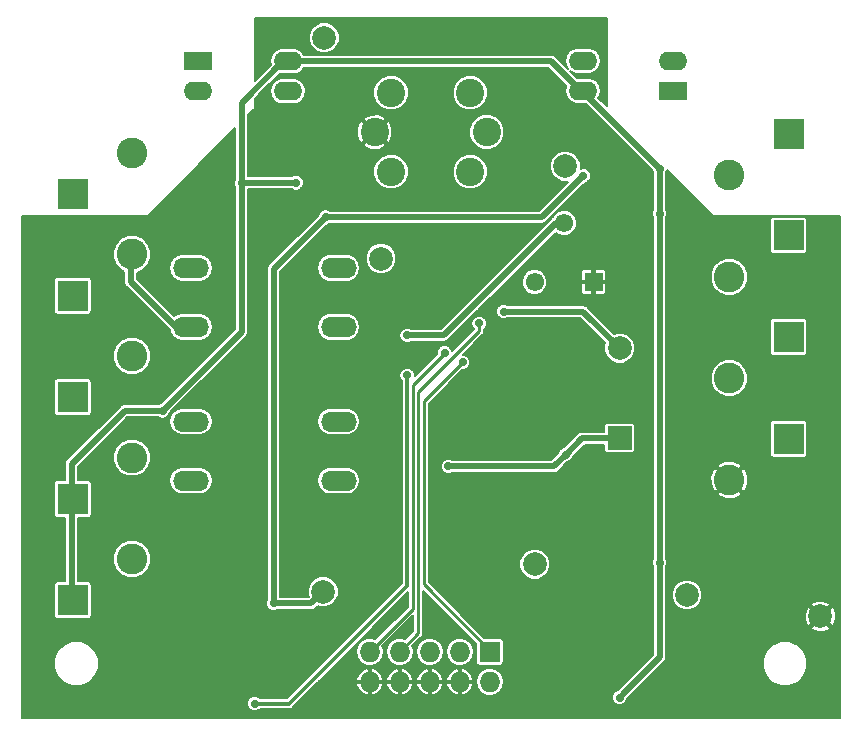
<source format=gbl>
G04 #@! TF.GenerationSoftware,KiCad,Pcbnew,(5.0.2)-1*
G04 #@! TF.CreationDate,2019-05-12T18:02:06+02:00*
G04 #@! TF.ProjectId,SafetySystem,53616665-7479-4537-9973-74656d2e6b69,rev?*
G04 #@! TF.SameCoordinates,Original*
G04 #@! TF.FileFunction,Copper,L2,Bot*
G04 #@! TF.FilePolarity,Positive*
%FSLAX46Y46*%
G04 Gerber Fmt 4.6, Leading zero omitted, Abs format (unit mm)*
G04 Created by KiCad (PCBNEW (5.0.2)-1) date 12.05.2019 18:02:06*
%MOMM*%
%LPD*%
G01*
G04 APERTURE LIST*
G04 #@! TA.AperFunction,ComponentPad*
%ADD10C,2.400000*%
G04 #@! TD*
G04 #@! TA.AperFunction,ComponentPad*
%ADD11C,1.550000*%
G04 #@! TD*
G04 #@! TA.AperFunction,ComponentPad*
%ADD12R,1.550000X1.550000*%
G04 #@! TD*
G04 #@! TA.AperFunction,ComponentPad*
%ADD13O,3.048000X1.727200*%
G04 #@! TD*
G04 #@! TA.AperFunction,ComponentPad*
%ADD14C,2.000000*%
G04 #@! TD*
G04 #@! TA.AperFunction,ComponentPad*
%ADD15R,2.600000X2.600000*%
G04 #@! TD*
G04 #@! TA.AperFunction,ComponentPad*
%ADD16C,2.600000*%
G04 #@! TD*
G04 #@! TA.AperFunction,ComponentPad*
%ADD17O,2.400000X1.600000*%
G04 #@! TD*
G04 #@! TA.AperFunction,ComponentPad*
%ADD18R,2.400000X1.600000*%
G04 #@! TD*
G04 #@! TA.AperFunction,ComponentPad*
%ADD19R,2.000000X2.000000*%
G04 #@! TD*
G04 #@! TA.AperFunction,ComponentPad*
%ADD20O,1.727200X1.727200*%
G04 #@! TD*
G04 #@! TA.AperFunction,ComponentPad*
%ADD21R,1.727200X1.727200*%
G04 #@! TD*
G04 #@! TA.AperFunction,ViaPad*
%ADD22C,0.700000*%
G04 #@! TD*
G04 #@! TA.AperFunction,Conductor*
%ADD23C,0.500000*%
G04 #@! TD*
G04 #@! TA.AperFunction,Conductor*
%ADD24C,0.300000*%
G04 #@! TD*
G04 #@! TA.AperFunction,Conductor*
%ADD25C,0.250000*%
G04 #@! TD*
G04 #@! TA.AperFunction,Conductor*
%ADD26C,0.200000*%
G04 #@! TD*
G04 APERTURE END LIST*
D10*
G04 #@! TO.P,U2,4*
G04 #@! TO.N,+5V*
X199750000Y-60000000D03*
G04 #@! TO.P,U2,3*
G04 #@! TO.N,+5VA*
X198350000Y-63350000D03*
G04 #@! TO.P,U2,1*
G04 #@! TO.N,/ADC*
X191650000Y-63350000D03*
G04 #@! TO.P,U2,2*
G04 #@! TO.N,GND*
X190250000Y-60000000D03*
G04 #@! TO.P,U2,1*
G04 #@! TO.N,/ADC*
X191650000Y-56650000D03*
G04 #@! TO.P,U2,3*
G04 #@! TO.N,+5VA*
X198350000Y-56650000D03*
G04 #@! TD*
D11*
G04 #@! TO.P,RV1,3*
G04 #@! TO.N,+5VA*
X203800000Y-72700000D03*
D12*
G04 #@! TO.P,RV1,1*
G04 #@! TO.N,GND*
X208800000Y-72700000D03*
D11*
G04 #@! TO.P,RV1,2*
G04 #@! TO.N,/ADC_POT*
X206300000Y-67700000D03*
G04 #@! TD*
D13*
G04 #@! TO.P,SW3,2*
G04 #@! TO.N,/S_R*
X187200000Y-84500000D03*
G04 #@! TO.P,SW3,1*
G04 #@! TO.N,Net-(Q3-Pad1)*
X187200000Y-89500000D03*
G04 #@! TO.P,SW3,2*
G04 #@! TO.N,/S_R*
X174700000Y-84500000D03*
G04 #@! TO.P,SW3,1*
G04 #@! TO.N,Net-(Q3-Pad1)*
X174700000Y-89500000D03*
G04 #@! TD*
G04 #@! TO.P,SW4,1*
G04 #@! TO.N,/INLET*
X174700000Y-76500000D03*
G04 #@! TO.P,SW4,2*
G04 #@! TO.N,Net-(D13-Pad2)*
X174700000Y-71500000D03*
G04 #@! TO.P,SW4,1*
G04 #@! TO.N,/INLET*
X187200000Y-76500000D03*
G04 #@! TO.P,SW4,2*
G04 #@! TO.N,Net-(D13-Pad2)*
X187200000Y-71500000D03*
G04 #@! TD*
D14*
G04 #@! TO.P,TP6,1*
G04 #@! TO.N,Net-(Q10-Pad1)*
X206400000Y-62900000D03*
G04 #@! TD*
G04 #@! TO.P,TP3,1*
G04 #@! TO.N,GND*
X228000000Y-101000000D03*
G04 #@! TD*
G04 #@! TO.P,TP7,1*
G04 #@! TO.N,Net-(Q9-Pad1)*
X186000000Y-52000000D03*
G04 #@! TD*
G04 #@! TO.P,TP5,1*
G04 #@! TO.N,/SFT_SIG*
X185900000Y-98900000D03*
G04 #@! TD*
G04 #@! TO.P,TP4,1*
G04 #@! TO.N,/ADC*
X190800000Y-70700000D03*
G04 #@! TD*
G04 #@! TO.P,TP1,1*
G04 #@! TO.N,+12V*
X216700000Y-99200000D03*
G04 #@! TD*
G04 #@! TO.P,TP2,1*
G04 #@! TO.N,+5V*
X203800000Y-96600000D03*
G04 #@! TD*
D15*
G04 #@! TO.P,J2,1*
G04 #@! TO.N,+12V*
X164700000Y-91050000D03*
D16*
G04 #@! TO.P,J2,2*
G04 #@! TO.N,/B1*
X169700000Y-87550000D03*
G04 #@! TD*
D17*
G04 #@! TO.P,U4,4*
G04 #@! TO.N,+12V*
X182920000Y-54000000D03*
G04 #@! TO.P,U4,2*
G04 #@! TO.N,Net-(D11-Pad2)*
X175300000Y-56540000D03*
G04 #@! TO.P,U4,3*
G04 #@! TO.N,Net-(Q9-Pad1)*
X182920000Y-56540000D03*
D18*
G04 #@! TO.P,U4,1*
G04 #@! TO.N,Net-(D11-Pad1)*
X175300000Y-54000000D03*
G04 #@! TD*
D15*
G04 #@! TO.P,J1,1*
G04 #@! TO.N,Net-(D1-Pad1)*
X225300000Y-85950000D03*
D16*
G04 #@! TO.P,J1,2*
G04 #@! TO.N,GND*
X220300000Y-89450000D03*
G04 #@! TD*
D14*
G04 #@! TO.P,BZ1,2*
G04 #@! TO.N,Net-(BZ1-Pad2)*
X211000000Y-78300000D03*
D19*
G04 #@! TO.P,BZ1,1*
G04 #@! TO.N,+5V*
X211000000Y-85900000D03*
G04 #@! TD*
D20*
G04 #@! TO.P,J4,10*
G04 #@! TO.N,GND*
X189840000Y-106540000D03*
G04 #@! TO.P,J4,9*
G04 #@! TO.N,/MISO*
X189840000Y-104000000D03*
G04 #@! TO.P,J4,8*
G04 #@! TO.N,GND*
X192380000Y-106540000D03*
G04 #@! TO.P,J4,7*
G04 #@! TO.N,/SCK*
X192380000Y-104000000D03*
G04 #@! TO.P,J4,6*
G04 #@! TO.N,GND*
X194920000Y-106540000D03*
G04 #@! TO.P,J4,5*
G04 #@! TO.N,/RST*
X194920000Y-104000000D03*
G04 #@! TO.P,J4,4*
G04 #@! TO.N,GND*
X197460000Y-106540000D03*
G04 #@! TO.P,J4,3*
G04 #@! TO.N,Net-(J4-Pad3)*
X197460000Y-104000000D03*
G04 #@! TO.P,J4,2*
G04 #@! TO.N,+5V*
X200000000Y-106540000D03*
D21*
G04 #@! TO.P,J4,1*
G04 #@! TO.N,/MOSI*
X200000000Y-104000000D03*
G04 #@! TD*
D15*
G04 #@! TO.P,J3,1*
G04 #@! TO.N,+12V*
X164700000Y-99650000D03*
D16*
G04 #@! TO.P,J3,2*
G04 #@! TO.N,/B2*
X169700000Y-96150000D03*
G04 #@! TD*
D15*
G04 #@! TO.P,J5,1*
G04 #@! TO.N,+12V*
X164700000Y-73850000D03*
D16*
G04 #@! TO.P,J5,2*
G04 #@! TO.N,/INLET*
X169700000Y-70350000D03*
G04 #@! TD*
D15*
G04 #@! TO.P,J7,1*
G04 #@! TO.N,Net-(J7-Pad1)*
X164700000Y-65250000D03*
D16*
G04 #@! TO.P,J7,2*
G04 #@! TO.N,Net-(D11-Pad2)*
X169700000Y-61750000D03*
G04 #@! TD*
D15*
G04 #@! TO.P,J8,1*
G04 #@! TO.N,Net-(J8-Pad1)*
X225300000Y-60150000D03*
D16*
G04 #@! TO.P,J8,2*
G04 #@! TO.N,Net-(D12-Pad2)*
X220300000Y-63650000D03*
G04 #@! TD*
D15*
G04 #@! TO.P,J9,1*
G04 #@! TO.N,+12V*
X164700000Y-82450000D03*
D16*
G04 #@! TO.P,J9,2*
G04 #@! TO.N,Net-(D13-Pad2)*
X169700000Y-78950000D03*
G04 #@! TD*
D15*
G04 #@! TO.P,J10,1*
G04 #@! TO.N,+12V*
X225300000Y-68750000D03*
D16*
G04 #@! TO.P,J10,2*
G04 #@! TO.N,Net-(D14-Pad2)*
X220300000Y-72250000D03*
G04 #@! TD*
D15*
G04 #@! TO.P,J6,1*
G04 #@! TO.N,+12V*
X225300000Y-77350000D03*
D16*
G04 #@! TO.P,J6,2*
G04 #@! TO.N,Net-(D10-Pad2)*
X220300000Y-80850000D03*
G04 #@! TD*
D17*
G04 #@! TO.P,U5,4*
G04 #@! TO.N,+12V*
X207900000Y-56500000D03*
G04 #@! TO.P,U5,2*
G04 #@! TO.N,Net-(D12-Pad2)*
X215520000Y-53960000D03*
G04 #@! TO.P,U5,3*
G04 #@! TO.N,Net-(Q10-Pad1)*
X207900000Y-53960000D03*
D18*
G04 #@! TO.P,U5,1*
G04 #@! TO.N,Net-(D12-Pad1)*
X215520000Y-56500000D03*
G04 #@! TD*
D22*
G04 #@! TO.N,/SFT_SIG*
X181700000Y-99900000D03*
X186100000Y-67200000D03*
X207900000Y-63712500D03*
G04 #@! TO.N,GND*
X195900000Y-87500000D03*
X205000000Y-86000000D03*
X202000000Y-93000000D03*
X204000000Y-100000000D03*
X207000000Y-101000000D03*
X207000000Y-101000000D03*
X207000000Y-101000000D03*
X207000000Y-103000000D03*
X215700000Y-101500000D03*
X218000000Y-103000000D03*
X207000000Y-105000000D03*
X209000000Y-94000000D03*
X212000000Y-88000000D03*
X209000000Y-88000000D03*
X172000000Y-108000000D03*
X173000000Y-101000000D03*
X197000000Y-91000000D03*
X205000000Y-78000000D03*
X211400000Y-67000000D03*
X190000000Y-75000000D03*
X180000000Y-86000000D03*
X192200000Y-87900000D03*
X187000000Y-108000000D03*
X208000000Y-52000000D03*
X182000000Y-52000000D03*
X195000000Y-52000000D03*
X162000000Y-108000000D03*
X167000000Y-108000000D03*
X162000000Y-103000000D03*
X162000000Y-98000000D03*
X162000000Y-93000000D03*
X162000000Y-88000000D03*
X162000000Y-83000000D03*
X162000000Y-78000000D03*
X162000000Y-73000000D03*
X162000000Y-68000000D03*
X167000000Y-68000000D03*
X181000000Y-58000000D03*
X185000000Y-58000000D03*
X185000000Y-60000000D03*
X193000000Y-60000000D03*
X187000000Y-60000000D03*
X190000000Y-52000000D03*
X200000000Y-52000000D03*
X205000000Y-52000000D03*
X209000000Y-60000000D03*
X211000000Y-62000000D03*
X228000000Y-108000000D03*
X223000000Y-108000000D03*
X218000000Y-108000000D03*
X205000000Y-108000000D03*
X196000000Y-102000000D03*
X196000000Y-98000000D03*
X192000000Y-97000000D03*
X189000000Y-100000000D03*
X185000000Y-104000000D03*
X179000000Y-105000000D03*
X179300000Y-101800000D03*
X180200000Y-98200000D03*
X178800000Y-93200000D03*
X175100000Y-91300000D03*
X173000000Y-92900000D03*
X170800000Y-89900000D03*
X170700000Y-94200000D03*
X168100000Y-91600000D03*
X169900000Y-85100000D03*
X173000000Y-80800000D03*
X167400000Y-80800000D03*
X180400000Y-73600000D03*
X182000000Y-69100000D03*
X183100000Y-63100000D03*
X176200000Y-68600000D03*
X173700000Y-68100000D03*
X177600000Y-63800000D03*
X172000000Y-72800000D03*
X194000000Y-70000000D03*
X200000000Y-69000000D03*
X209000000Y-65000000D03*
X204000000Y-64000000D03*
X204000000Y-55000000D03*
X195000000Y-55000000D03*
X200000000Y-55000000D03*
X190000000Y-55000000D03*
X184000000Y-85000000D03*
X184000000Y-76000000D03*
X185000000Y-92000000D03*
X228000000Y-103000000D03*
X228000000Y-93000000D03*
X228000000Y-88000000D03*
X228000000Y-83000000D03*
X228000000Y-78000000D03*
X228000000Y-73000000D03*
X228000000Y-68000000D03*
X223000000Y-71000000D03*
X212000000Y-73000000D03*
X212000000Y-82000000D03*
X216000000Y-82000000D03*
X208000000Y-70000000D03*
G04 #@! TO.N,/H2_SIG*
X180099969Y-108400031D03*
X193000000Y-80600000D03*
G04 #@! TO.N,+12V*
X214400000Y-96450000D03*
X210989294Y-107874990D03*
X172300000Y-83600000D03*
X214400000Y-63100000D03*
X214400000Y-66900000D03*
X183600000Y-64300000D03*
X178991190Y-64331996D03*
G04 #@! TO.N,+5V*
X206451794Y-87300008D03*
X196500008Y-88299998D03*
G04 #@! TO.N,Net-(BZ1-Pad2)*
X201200000Y-75200002D03*
G04 #@! TO.N,/MOSI*
X197700000Y-79500000D03*
G04 #@! TO.N,/MISO*
X196200000Y-78699990D03*
G04 #@! TO.N,/SCK*
X199100000Y-76200000D03*
G04 #@! TO.N,/ADC_POT*
X193000806Y-77200000D03*
G04 #@! TD*
D23*
G04 #@! TO.N,/SFT_SIG*
X181700000Y-99900000D02*
X181700000Y-71600000D01*
X181700000Y-71600000D02*
X186100000Y-67200000D01*
X184900000Y-99900000D02*
X185900000Y-98900000D01*
X181700000Y-99900000D02*
X184900000Y-99900000D01*
X186100000Y-67200000D02*
X204412500Y-67200000D01*
X204412500Y-67200000D02*
X207550001Y-64062499D01*
X207550001Y-64062499D02*
X207900000Y-63712500D01*
D24*
G04 #@! TO.N,/H2_SIG*
X193000000Y-81165685D02*
X193000000Y-80600000D01*
X180099969Y-108400031D02*
X182999969Y-108400031D01*
X193000000Y-98400000D02*
X193000000Y-81165685D01*
X182999969Y-108400031D02*
X193000000Y-98400000D01*
D23*
G04 #@! TO.N,+12V*
X164600000Y-92650000D02*
X164600000Y-99350000D01*
X164600000Y-90850000D02*
X164600000Y-92650000D01*
X214400000Y-104464284D02*
X211389293Y-107474991D01*
X211389293Y-107474991D02*
X210989294Y-107874990D01*
X214400000Y-96450000D02*
X214400000Y-104464284D01*
X164600000Y-88100000D02*
X169100000Y-83600000D01*
X164600000Y-90850000D02*
X164600000Y-88100000D01*
X169100000Y-83600000D02*
X171734315Y-83600000D01*
X171734315Y-83600000D02*
X172300000Y-83600000D01*
X207700000Y-56500000D02*
X207900000Y-56500000D01*
X205200000Y-54000000D02*
X207700000Y-56500000D01*
X183240000Y-54000000D02*
X205200000Y-54000000D01*
X182920000Y-54000000D02*
X182920000Y-53680000D01*
X182920000Y-53680000D02*
X183240000Y-54000000D01*
X207900000Y-56600000D02*
X207900000Y-56500000D01*
X214400000Y-63100000D02*
X207900000Y-56600000D01*
X214400000Y-96450000D02*
X214400000Y-66900000D01*
X214400000Y-63100000D02*
X214400000Y-66900000D01*
X172300000Y-83600000D02*
X178991190Y-76908810D01*
X178991190Y-76908810D02*
X178991190Y-64897681D01*
X178991190Y-64897681D02*
X178991190Y-64331996D01*
X179023186Y-64300000D02*
X178991190Y-64331996D01*
X183600000Y-64300000D02*
X179023186Y-64300000D01*
X179000000Y-57520000D02*
X179000000Y-64323186D01*
X179000000Y-64323186D02*
X178991190Y-64331996D01*
X182920000Y-54000000D02*
X182520000Y-54000000D01*
X182520000Y-54000000D02*
X179000000Y-57520000D01*
G04 #@! TO.N,+5V*
X197065693Y-88299998D02*
X196500008Y-88299998D01*
X206451794Y-87300008D02*
X205451804Y-88299998D01*
X205451804Y-88299998D02*
X197065693Y-88299998D01*
X207851802Y-85900000D02*
X206451794Y-87300008D01*
X211000000Y-85900000D02*
X207851802Y-85900000D01*
G04 #@! TO.N,/INLET*
X169600000Y-70350000D02*
X169600000Y-72700000D01*
X173400000Y-76500000D02*
X174700000Y-76500000D01*
X169600000Y-72700000D02*
X173400000Y-76500000D01*
G04 #@! TO.N,Net-(BZ1-Pad2)*
X211000000Y-78300000D02*
X207900002Y-75200002D01*
X207899998Y-75200002D02*
X201200000Y-75200002D01*
X207900000Y-75200000D02*
X207899998Y-75200002D01*
D25*
G04 #@! TO.N,/MOSI*
X197300001Y-79899999D02*
X197700000Y-79500000D01*
X194400000Y-82800000D02*
X197300001Y-79899999D01*
X194400000Y-98300000D02*
X194400000Y-82800000D01*
X200000000Y-104000000D02*
X200000000Y-103900000D01*
X200000000Y-103900000D02*
X194400000Y-98300000D01*
G04 #@! TO.N,/MISO*
X193499978Y-100340022D02*
X193499978Y-81400012D01*
X189840000Y-104000000D02*
X193499978Y-100340022D01*
X195800001Y-79099989D02*
X196200000Y-78699990D01*
X193499978Y-81400012D02*
X195800001Y-79099989D01*
G04 #@! TO.N,/SCK*
X192380000Y-104000000D02*
X193949989Y-102430011D01*
X193949989Y-82023013D02*
X199100000Y-76873002D01*
X199100000Y-76765685D02*
X199100000Y-76200000D01*
X199100000Y-76873002D02*
X199100000Y-76765685D01*
X193949989Y-102430011D02*
X193949989Y-82023013D01*
D23*
G04 #@! TO.N,/ADC_POT*
X193566491Y-77200000D02*
X193000806Y-77200000D01*
X196100000Y-77200000D02*
X193566491Y-77200000D01*
X206300000Y-67700000D02*
X205600000Y-67700000D01*
X205600000Y-67700000D02*
X196100000Y-77200000D01*
G04 #@! TD*
D26*
G04 #@! TO.N,GND*
G36*
X206475503Y-56053320D02*
X206463823Y-56070801D01*
X206378450Y-56500000D01*
X206463823Y-56929199D01*
X206706944Y-57293056D01*
X207070801Y-57536177D01*
X207391661Y-57600000D01*
X208122184Y-57600000D01*
X213750000Y-63227817D01*
X213750000Y-63229293D01*
X213848957Y-63468195D01*
X213850000Y-63469238D01*
X213850001Y-66530761D01*
X213848957Y-66531805D01*
X213750000Y-66770707D01*
X213750000Y-67029293D01*
X213848957Y-67268195D01*
X213850001Y-67269239D01*
X213850000Y-96080762D01*
X213848957Y-96081805D01*
X213750000Y-96320707D01*
X213750000Y-96579293D01*
X213848957Y-96818195D01*
X213850000Y-96819238D01*
X213850001Y-104236466D01*
X211038691Y-107047777D01*
X211038688Y-107047779D01*
X210861477Y-107224990D01*
X210860001Y-107224990D01*
X210621099Y-107323947D01*
X210438251Y-107506795D01*
X210339294Y-107745697D01*
X210339294Y-108004283D01*
X210438251Y-108243185D01*
X210621099Y-108426033D01*
X210860001Y-108524990D01*
X211118587Y-108524990D01*
X211357489Y-108426033D01*
X211540337Y-108243185D01*
X211639294Y-108004283D01*
X211639294Y-108002807D01*
X211816505Y-107825596D01*
X211816507Y-107825593D01*
X214750603Y-104891498D01*
X214796528Y-104860812D01*
X214918089Y-104678883D01*
X214929390Y-104622067D01*
X223100000Y-104622067D01*
X223100000Y-105377933D01*
X223389258Y-106076263D01*
X223923737Y-106610742D01*
X224622067Y-106900000D01*
X225377933Y-106900000D01*
X226076263Y-106610742D01*
X226610742Y-106076263D01*
X226900000Y-105377933D01*
X226900000Y-104622067D01*
X226610742Y-103923737D01*
X226076263Y-103389258D01*
X225377933Y-103100000D01*
X224622067Y-103100000D01*
X223923737Y-103389258D01*
X223389258Y-103923737D01*
X223100000Y-104622067D01*
X214929390Y-104622067D01*
X214950000Y-104518454D01*
X214950000Y-104518453D01*
X214960775Y-104464284D01*
X214950000Y-104410115D01*
X214950000Y-101952094D01*
X227189328Y-101952094D01*
X227304032Y-102128049D01*
X227788695Y-102308517D01*
X228305527Y-102289775D01*
X228695968Y-102128049D01*
X228810672Y-101952094D01*
X228000000Y-101141421D01*
X227189328Y-101952094D01*
X214950000Y-101952094D01*
X214950000Y-100788695D01*
X226691483Y-100788695D01*
X226710225Y-101305527D01*
X226871951Y-101695968D01*
X227047906Y-101810672D01*
X227858579Y-101000000D01*
X228141421Y-101000000D01*
X228952094Y-101810672D01*
X229128049Y-101695968D01*
X229308517Y-101211305D01*
X229289775Y-100694473D01*
X229128049Y-100304032D01*
X228952094Y-100189328D01*
X228141421Y-101000000D01*
X227858579Y-101000000D01*
X227047906Y-100189328D01*
X226871951Y-100304032D01*
X226691483Y-100788695D01*
X214950000Y-100788695D01*
X214950000Y-98941414D01*
X215400000Y-98941414D01*
X215400000Y-99458586D01*
X215597913Y-99936391D01*
X215963609Y-100302087D01*
X216441414Y-100500000D01*
X216958586Y-100500000D01*
X217436391Y-100302087D01*
X217690572Y-100047906D01*
X227189328Y-100047906D01*
X228000000Y-100858579D01*
X228810672Y-100047906D01*
X228695968Y-99871951D01*
X228211305Y-99691483D01*
X227694473Y-99710225D01*
X227304032Y-99871951D01*
X227189328Y-100047906D01*
X217690572Y-100047906D01*
X217802087Y-99936391D01*
X218000000Y-99458586D01*
X218000000Y-98941414D01*
X217802087Y-98463609D01*
X217436391Y-98097913D01*
X216958586Y-97900000D01*
X216441414Y-97900000D01*
X215963609Y-98097913D01*
X215597913Y-98463609D01*
X215400000Y-98941414D01*
X214950000Y-98941414D01*
X214950000Y-96819238D01*
X214951043Y-96818195D01*
X215050000Y-96579293D01*
X215050000Y-96320707D01*
X214951043Y-96081805D01*
X214950000Y-96080762D01*
X214950000Y-90618939D01*
X219272482Y-90618939D01*
X219423824Y-90826084D01*
X220017123Y-91056633D01*
X220653488Y-91042588D01*
X221176176Y-90826084D01*
X221327518Y-90618939D01*
X220300000Y-89591421D01*
X219272482Y-90618939D01*
X214950000Y-90618939D01*
X214950000Y-89167123D01*
X218693367Y-89167123D01*
X218707412Y-89803488D01*
X218923916Y-90326176D01*
X219131061Y-90477518D01*
X220158579Y-89450000D01*
X220441421Y-89450000D01*
X221468939Y-90477518D01*
X221676084Y-90326176D01*
X221906633Y-89732877D01*
X221892588Y-89096512D01*
X221676084Y-88573824D01*
X221468939Y-88422482D01*
X220441421Y-89450000D01*
X220158579Y-89450000D01*
X219131061Y-88422482D01*
X218923916Y-88573824D01*
X218693367Y-89167123D01*
X214950000Y-89167123D01*
X214950000Y-88281061D01*
X219272482Y-88281061D01*
X220300000Y-89308579D01*
X221327518Y-88281061D01*
X221176176Y-88073916D01*
X220582877Y-87843367D01*
X219946512Y-87857412D01*
X219423824Y-88073916D01*
X219272482Y-88281061D01*
X214950000Y-88281061D01*
X214950000Y-84650000D01*
X223694123Y-84650000D01*
X223694123Y-87250000D01*
X223717407Y-87367054D01*
X223783712Y-87466288D01*
X223882946Y-87532593D01*
X224000000Y-87555877D01*
X226600000Y-87555877D01*
X226717054Y-87532593D01*
X226816288Y-87466288D01*
X226882593Y-87367054D01*
X226905877Y-87250000D01*
X226905877Y-84650000D01*
X226882593Y-84532946D01*
X226816288Y-84433712D01*
X226717054Y-84367407D01*
X226600000Y-84344123D01*
X224000000Y-84344123D01*
X223882946Y-84367407D01*
X223783712Y-84433712D01*
X223717407Y-84532946D01*
X223694123Y-84650000D01*
X214950000Y-84650000D01*
X214950000Y-80531740D01*
X218700000Y-80531740D01*
X218700000Y-81168260D01*
X218943585Y-81756327D01*
X219393673Y-82206415D01*
X219981740Y-82450000D01*
X220618260Y-82450000D01*
X221206327Y-82206415D01*
X221656415Y-81756327D01*
X221900000Y-81168260D01*
X221900000Y-80531740D01*
X221656415Y-79943673D01*
X221206327Y-79493585D01*
X220618260Y-79250000D01*
X219981740Y-79250000D01*
X219393673Y-79493585D01*
X218943585Y-79943673D01*
X218700000Y-80531740D01*
X214950000Y-80531740D01*
X214950000Y-76050000D01*
X223694123Y-76050000D01*
X223694123Y-78650000D01*
X223717407Y-78767054D01*
X223783712Y-78866288D01*
X223882946Y-78932593D01*
X224000000Y-78955877D01*
X226600000Y-78955877D01*
X226717054Y-78932593D01*
X226816288Y-78866288D01*
X226882593Y-78767054D01*
X226905877Y-78650000D01*
X226905877Y-76050000D01*
X226882593Y-75932946D01*
X226816288Y-75833712D01*
X226717054Y-75767407D01*
X226600000Y-75744123D01*
X224000000Y-75744123D01*
X223882946Y-75767407D01*
X223783712Y-75833712D01*
X223717407Y-75932946D01*
X223694123Y-76050000D01*
X214950000Y-76050000D01*
X214950000Y-71931740D01*
X218700000Y-71931740D01*
X218700000Y-72568260D01*
X218943585Y-73156327D01*
X219393673Y-73606415D01*
X219981740Y-73850000D01*
X220618260Y-73850000D01*
X221206327Y-73606415D01*
X221656415Y-73156327D01*
X221900000Y-72568260D01*
X221900000Y-71931740D01*
X221656415Y-71343673D01*
X221206327Y-70893585D01*
X220618260Y-70650000D01*
X219981740Y-70650000D01*
X219393673Y-70893585D01*
X218943585Y-71343673D01*
X218700000Y-71931740D01*
X214950000Y-71931740D01*
X214950000Y-67450000D01*
X223694123Y-67450000D01*
X223694123Y-70050000D01*
X223717407Y-70167054D01*
X223783712Y-70266288D01*
X223882946Y-70332593D01*
X224000000Y-70355877D01*
X226600000Y-70355877D01*
X226717054Y-70332593D01*
X226816288Y-70266288D01*
X226882593Y-70167054D01*
X226905877Y-70050000D01*
X226905877Y-67450000D01*
X226882593Y-67332946D01*
X226816288Y-67233712D01*
X226717054Y-67167407D01*
X226600000Y-67144123D01*
X224000000Y-67144123D01*
X223882946Y-67167407D01*
X223783712Y-67233712D01*
X223717407Y-67332946D01*
X223694123Y-67450000D01*
X214950000Y-67450000D01*
X214950000Y-67269238D01*
X214951043Y-67268195D01*
X215050000Y-67029293D01*
X215050000Y-66770707D01*
X214951043Y-66531805D01*
X214950000Y-66530762D01*
X214950000Y-63469238D01*
X214951043Y-63468195D01*
X215050000Y-63229293D01*
X215050000Y-63191422D01*
X218929289Y-67070711D01*
X218961732Y-67092388D01*
X219000000Y-67100000D01*
X229625000Y-67100000D01*
X229625001Y-109625000D01*
X160375000Y-109625000D01*
X160375000Y-108270738D01*
X179449969Y-108270738D01*
X179449969Y-108529324D01*
X179548926Y-108768226D01*
X179731774Y-108951074D01*
X179970676Y-109050031D01*
X180229262Y-109050031D01*
X180468164Y-108951074D01*
X180569207Y-108850031D01*
X182955649Y-108850031D01*
X182999969Y-108858847D01*
X183044289Y-108850031D01*
X183044290Y-108850031D01*
X183175550Y-108823922D01*
X183324401Y-108724463D01*
X183349509Y-108686886D01*
X185216271Y-106820124D01*
X188710611Y-106820124D01*
X188903779Y-107230999D01*
X189239478Y-107536676D01*
X189559877Y-107669379D01*
X189740000Y-107623997D01*
X189740000Y-106640000D01*
X189940000Y-106640000D01*
X189940000Y-107623997D01*
X190120123Y-107669379D01*
X190440522Y-107536676D01*
X190776221Y-107230999D01*
X190969389Y-106820124D01*
X191250611Y-106820124D01*
X191443779Y-107230999D01*
X191779478Y-107536676D01*
X192099877Y-107669379D01*
X192280000Y-107623997D01*
X192280000Y-106640000D01*
X192480000Y-106640000D01*
X192480000Y-107623997D01*
X192660123Y-107669379D01*
X192980522Y-107536676D01*
X193316221Y-107230999D01*
X193509389Y-106820124D01*
X193790611Y-106820124D01*
X193983779Y-107230999D01*
X194319478Y-107536676D01*
X194639877Y-107669379D01*
X194820000Y-107623997D01*
X194820000Y-106640000D01*
X195020000Y-106640000D01*
X195020000Y-107623997D01*
X195200123Y-107669379D01*
X195520522Y-107536676D01*
X195856221Y-107230999D01*
X196049389Y-106820124D01*
X196330611Y-106820124D01*
X196523779Y-107230999D01*
X196859478Y-107536676D01*
X197179877Y-107669379D01*
X197360000Y-107623997D01*
X197360000Y-106640000D01*
X197560000Y-106640000D01*
X197560000Y-107623997D01*
X197740123Y-107669379D01*
X198060522Y-107536676D01*
X198396221Y-107230999D01*
X198589389Y-106820124D01*
X198544305Y-106640000D01*
X197560000Y-106640000D01*
X197360000Y-106640000D01*
X196375695Y-106640000D01*
X196330611Y-106820124D01*
X196049389Y-106820124D01*
X196004305Y-106640000D01*
X195020000Y-106640000D01*
X194820000Y-106640000D01*
X193835695Y-106640000D01*
X193790611Y-106820124D01*
X193509389Y-106820124D01*
X193464305Y-106640000D01*
X192480000Y-106640000D01*
X192280000Y-106640000D01*
X191295695Y-106640000D01*
X191250611Y-106820124D01*
X190969389Y-106820124D01*
X190924305Y-106640000D01*
X189940000Y-106640000D01*
X189740000Y-106640000D01*
X188755695Y-106640000D01*
X188710611Y-106820124D01*
X185216271Y-106820124D01*
X185496395Y-106540000D01*
X198813604Y-106540000D01*
X198903913Y-106994014D01*
X199161091Y-107378909D01*
X199545986Y-107636087D01*
X199885397Y-107703600D01*
X200114603Y-107703600D01*
X200454014Y-107636087D01*
X200838909Y-107378909D01*
X201096087Y-106994014D01*
X201186396Y-106540000D01*
X201096087Y-106085986D01*
X200838909Y-105701091D01*
X200454014Y-105443913D01*
X200114603Y-105376400D01*
X199885397Y-105376400D01*
X199545986Y-105443913D01*
X199161091Y-105701091D01*
X198903913Y-106085986D01*
X198813604Y-106540000D01*
X185496395Y-106540000D01*
X185776519Y-106259876D01*
X188710611Y-106259876D01*
X188755695Y-106440000D01*
X189740000Y-106440000D01*
X189740000Y-105456003D01*
X189940000Y-105456003D01*
X189940000Y-106440000D01*
X190924305Y-106440000D01*
X190969389Y-106259876D01*
X191250611Y-106259876D01*
X191295695Y-106440000D01*
X192280000Y-106440000D01*
X192280000Y-105456003D01*
X192480000Y-105456003D01*
X192480000Y-106440000D01*
X193464305Y-106440000D01*
X193509389Y-106259876D01*
X193790611Y-106259876D01*
X193835695Y-106440000D01*
X194820000Y-106440000D01*
X194820000Y-105456003D01*
X195020000Y-105456003D01*
X195020000Y-106440000D01*
X196004305Y-106440000D01*
X196049389Y-106259876D01*
X196330611Y-106259876D01*
X196375695Y-106440000D01*
X197360000Y-106440000D01*
X197360000Y-105456003D01*
X197560000Y-105456003D01*
X197560000Y-106440000D01*
X198544305Y-106440000D01*
X198589389Y-106259876D01*
X198396221Y-105849001D01*
X198060522Y-105543324D01*
X197740123Y-105410621D01*
X197560000Y-105456003D01*
X197360000Y-105456003D01*
X197179877Y-105410621D01*
X196859478Y-105543324D01*
X196523779Y-105849001D01*
X196330611Y-106259876D01*
X196049389Y-106259876D01*
X195856221Y-105849001D01*
X195520522Y-105543324D01*
X195200123Y-105410621D01*
X195020000Y-105456003D01*
X194820000Y-105456003D01*
X194639877Y-105410621D01*
X194319478Y-105543324D01*
X193983779Y-105849001D01*
X193790611Y-106259876D01*
X193509389Y-106259876D01*
X193316221Y-105849001D01*
X192980522Y-105543324D01*
X192660123Y-105410621D01*
X192480000Y-105456003D01*
X192280000Y-105456003D01*
X192099877Y-105410621D01*
X191779478Y-105543324D01*
X191443779Y-105849001D01*
X191250611Y-106259876D01*
X190969389Y-106259876D01*
X190776221Y-105849001D01*
X190440522Y-105543324D01*
X190120123Y-105410621D01*
X189940000Y-105456003D01*
X189740000Y-105456003D01*
X189559877Y-105410621D01*
X189239478Y-105543324D01*
X188903779Y-105849001D01*
X188710611Y-106259876D01*
X185776519Y-106259876D01*
X193074978Y-98961418D01*
X193074978Y-100163982D01*
X190318612Y-102920348D01*
X190294014Y-102903913D01*
X189954603Y-102836400D01*
X189725397Y-102836400D01*
X189385986Y-102903913D01*
X189001091Y-103161091D01*
X188743913Y-103545986D01*
X188653604Y-104000000D01*
X188743913Y-104454014D01*
X189001091Y-104838909D01*
X189385986Y-105096087D01*
X189725397Y-105163600D01*
X189954603Y-105163600D01*
X190294014Y-105096087D01*
X190678909Y-104838909D01*
X190936087Y-104454014D01*
X191026396Y-104000000D01*
X190936087Y-103545986D01*
X190919652Y-103521388D01*
X193524989Y-100916051D01*
X193524989Y-102253970D01*
X192858611Y-102920348D01*
X192834014Y-102903913D01*
X192494603Y-102836400D01*
X192265397Y-102836400D01*
X191925986Y-102903913D01*
X191541091Y-103161091D01*
X191283913Y-103545986D01*
X191193604Y-104000000D01*
X191283913Y-104454014D01*
X191541091Y-104838909D01*
X191925986Y-105096087D01*
X192265397Y-105163600D01*
X192494603Y-105163600D01*
X192834014Y-105096087D01*
X193218909Y-104838909D01*
X193476087Y-104454014D01*
X193566396Y-104000000D01*
X193733604Y-104000000D01*
X193823913Y-104454014D01*
X194081091Y-104838909D01*
X194465986Y-105096087D01*
X194805397Y-105163600D01*
X195034603Y-105163600D01*
X195374014Y-105096087D01*
X195758909Y-104838909D01*
X196016087Y-104454014D01*
X196106396Y-104000000D01*
X196273604Y-104000000D01*
X196363913Y-104454014D01*
X196621091Y-104838909D01*
X197005986Y-105096087D01*
X197345397Y-105163600D01*
X197574603Y-105163600D01*
X197914014Y-105096087D01*
X198298909Y-104838909D01*
X198556087Y-104454014D01*
X198646396Y-104000000D01*
X198556087Y-103545986D01*
X198298909Y-103161091D01*
X197914014Y-102903913D01*
X197574603Y-102836400D01*
X197345397Y-102836400D01*
X197005986Y-102903913D01*
X196621091Y-103161091D01*
X196363913Y-103545986D01*
X196273604Y-104000000D01*
X196106396Y-104000000D01*
X196016087Y-103545986D01*
X195758909Y-103161091D01*
X195374014Y-102903913D01*
X195034603Y-102836400D01*
X194805397Y-102836400D01*
X194465986Y-102903913D01*
X194081091Y-103161091D01*
X193823913Y-103545986D01*
X193733604Y-104000000D01*
X193566396Y-104000000D01*
X193476087Y-103545986D01*
X193459652Y-103521389D01*
X194220912Y-102760129D01*
X194256397Y-102736419D01*
X194350330Y-102595838D01*
X194374989Y-102471869D01*
X194374989Y-102471868D01*
X194383315Y-102430011D01*
X194374989Y-102388154D01*
X194374989Y-98876029D01*
X198830523Y-103331564D01*
X198830523Y-104863600D01*
X198853807Y-104980654D01*
X198920112Y-105079888D01*
X199019346Y-105146193D01*
X199136400Y-105169477D01*
X200863600Y-105169477D01*
X200980654Y-105146193D01*
X201079888Y-105079888D01*
X201146193Y-104980654D01*
X201169477Y-104863600D01*
X201169477Y-103136400D01*
X201146193Y-103019346D01*
X201079888Y-102920112D01*
X200980654Y-102853807D01*
X200863600Y-102830523D01*
X199531564Y-102830523D01*
X194825000Y-98123960D01*
X194825000Y-96341414D01*
X202500000Y-96341414D01*
X202500000Y-96858586D01*
X202697913Y-97336391D01*
X203063609Y-97702087D01*
X203541414Y-97900000D01*
X204058586Y-97900000D01*
X204536391Y-97702087D01*
X204902087Y-97336391D01*
X205100000Y-96858586D01*
X205100000Y-96341414D01*
X204902087Y-95863609D01*
X204536391Y-95497913D01*
X204058586Y-95300000D01*
X203541414Y-95300000D01*
X203063609Y-95497913D01*
X202697913Y-95863609D01*
X202500000Y-96341414D01*
X194825000Y-96341414D01*
X194825000Y-88170705D01*
X195850008Y-88170705D01*
X195850008Y-88429291D01*
X195948965Y-88668193D01*
X196131813Y-88851041D01*
X196370715Y-88949998D01*
X196629301Y-88949998D01*
X196868203Y-88851041D01*
X196869246Y-88849998D01*
X205397635Y-88849998D01*
X205451804Y-88860773D01*
X205505973Y-88849998D01*
X205505974Y-88849998D01*
X205666403Y-88818087D01*
X205848332Y-88696526D01*
X205879020Y-88650598D01*
X206579611Y-87950008D01*
X206581087Y-87950008D01*
X206819989Y-87851051D01*
X207002837Y-87668203D01*
X207101794Y-87429301D01*
X207101794Y-87427824D01*
X208079619Y-86450000D01*
X209694123Y-86450000D01*
X209694123Y-86900000D01*
X209717407Y-87017054D01*
X209783712Y-87116288D01*
X209882946Y-87182593D01*
X210000000Y-87205877D01*
X212000000Y-87205877D01*
X212117054Y-87182593D01*
X212216288Y-87116288D01*
X212282593Y-87017054D01*
X212305877Y-86900000D01*
X212305877Y-84900000D01*
X212282593Y-84782946D01*
X212216288Y-84683712D01*
X212117054Y-84617407D01*
X212000000Y-84594123D01*
X210000000Y-84594123D01*
X209882946Y-84617407D01*
X209783712Y-84683712D01*
X209717407Y-84782946D01*
X209694123Y-84900000D01*
X209694123Y-85350000D01*
X207905970Y-85350000D01*
X207851801Y-85339225D01*
X207797632Y-85350000D01*
X207637203Y-85381911D01*
X207637202Y-85381912D01*
X207637201Y-85381912D01*
X207595075Y-85410060D01*
X207455274Y-85503472D01*
X207424588Y-85549397D01*
X206323978Y-86650008D01*
X206322501Y-86650008D01*
X206083599Y-86748965D01*
X205900751Y-86931813D01*
X205801794Y-87170715D01*
X205801794Y-87172191D01*
X205223988Y-87749998D01*
X196869246Y-87749998D01*
X196868203Y-87748955D01*
X196629301Y-87649998D01*
X196370715Y-87649998D01*
X196131813Y-87748955D01*
X195948965Y-87931803D01*
X195850008Y-88170705D01*
X194825000Y-88170705D01*
X194825000Y-82976040D01*
X197630119Y-80170922D01*
X197630121Y-80170919D01*
X197651040Y-80150000D01*
X197829293Y-80150000D01*
X198068195Y-80051043D01*
X198251043Y-79868195D01*
X198350000Y-79629293D01*
X198350000Y-79370707D01*
X198251043Y-79131805D01*
X198068195Y-78948957D01*
X197829293Y-78850000D01*
X197724043Y-78850000D01*
X199370923Y-77203120D01*
X199406408Y-77179410D01*
X199500341Y-77038829D01*
X199525000Y-76914860D01*
X199525000Y-76914859D01*
X199533326Y-76873003D01*
X199525000Y-76831147D01*
X199525000Y-76694238D01*
X199651043Y-76568195D01*
X199750000Y-76329293D01*
X199750000Y-76070707D01*
X199651043Y-75831805D01*
X199468195Y-75648957D01*
X199229293Y-75550000D01*
X198970707Y-75550000D01*
X198731805Y-75648957D01*
X198548957Y-75831805D01*
X198450000Y-76070707D01*
X198450000Y-76329293D01*
X198548957Y-76568195D01*
X198675000Y-76694238D01*
X198675000Y-76696961D01*
X196835726Y-78536236D01*
X196751043Y-78331795D01*
X196568195Y-78148947D01*
X196329293Y-78049990D01*
X196070707Y-78049990D01*
X195831805Y-78148947D01*
X195648957Y-78331795D01*
X195550000Y-78570697D01*
X195550000Y-78748950D01*
X195529081Y-78769869D01*
X195529078Y-78769871D01*
X193650000Y-80648950D01*
X193650000Y-80470707D01*
X193551043Y-80231805D01*
X193368195Y-80048957D01*
X193129293Y-79950000D01*
X192870707Y-79950000D01*
X192631805Y-80048957D01*
X192448957Y-80231805D01*
X192350000Y-80470707D01*
X192350000Y-80729293D01*
X192448957Y-80968195D01*
X192550000Y-81069238D01*
X192550000Y-81210005D01*
X192550001Y-81210010D01*
X192550000Y-98213604D01*
X182813574Y-107950031D01*
X180569207Y-107950031D01*
X180468164Y-107848988D01*
X180229262Y-107750031D01*
X179970676Y-107750031D01*
X179731774Y-107848988D01*
X179548926Y-108031836D01*
X179449969Y-108270738D01*
X160375000Y-108270738D01*
X160375000Y-104622067D01*
X163100000Y-104622067D01*
X163100000Y-105377933D01*
X163389258Y-106076263D01*
X163923737Y-106610742D01*
X164622067Y-106900000D01*
X165377933Y-106900000D01*
X166076263Y-106610742D01*
X166610742Y-106076263D01*
X166900000Y-105377933D01*
X166900000Y-104622067D01*
X166610742Y-103923737D01*
X166076263Y-103389258D01*
X165377933Y-103100000D01*
X164622067Y-103100000D01*
X163923737Y-103389258D01*
X163389258Y-103923737D01*
X163100000Y-104622067D01*
X160375000Y-104622067D01*
X160375000Y-81150000D01*
X163094123Y-81150000D01*
X163094123Y-83750000D01*
X163117407Y-83867054D01*
X163183712Y-83966288D01*
X163282946Y-84032593D01*
X163400000Y-84055877D01*
X166000000Y-84055877D01*
X166117054Y-84032593D01*
X166216288Y-83966288D01*
X166282593Y-83867054D01*
X166305877Y-83750000D01*
X166305877Y-81150000D01*
X166282593Y-81032946D01*
X166216288Y-80933712D01*
X166117054Y-80867407D01*
X166000000Y-80844123D01*
X163400000Y-80844123D01*
X163282946Y-80867407D01*
X163183712Y-80933712D01*
X163117407Y-81032946D01*
X163094123Y-81150000D01*
X160375000Y-81150000D01*
X160375000Y-78631740D01*
X168100000Y-78631740D01*
X168100000Y-79268260D01*
X168343585Y-79856327D01*
X168793673Y-80306415D01*
X169381740Y-80550000D01*
X170018260Y-80550000D01*
X170606327Y-80306415D01*
X171056415Y-79856327D01*
X171300000Y-79268260D01*
X171300000Y-78631740D01*
X171056415Y-78043673D01*
X170606327Y-77593585D01*
X170018260Y-77350000D01*
X169381740Y-77350000D01*
X168793673Y-77593585D01*
X168343585Y-78043673D01*
X168100000Y-78631740D01*
X160375000Y-78631740D01*
X160375000Y-72550000D01*
X163094123Y-72550000D01*
X163094123Y-75150000D01*
X163117407Y-75267054D01*
X163183712Y-75366288D01*
X163282946Y-75432593D01*
X163400000Y-75455877D01*
X166000000Y-75455877D01*
X166117054Y-75432593D01*
X166216288Y-75366288D01*
X166282593Y-75267054D01*
X166305877Y-75150000D01*
X166305877Y-72550000D01*
X166282593Y-72432946D01*
X166216288Y-72333712D01*
X166117054Y-72267407D01*
X166000000Y-72244123D01*
X163400000Y-72244123D01*
X163282946Y-72267407D01*
X163183712Y-72333712D01*
X163117407Y-72432946D01*
X163094123Y-72550000D01*
X160375000Y-72550000D01*
X160375000Y-70031740D01*
X168100000Y-70031740D01*
X168100000Y-70668260D01*
X168343585Y-71256327D01*
X168793673Y-71706415D01*
X169050001Y-71812589D01*
X169050001Y-72645826D01*
X169039225Y-72700000D01*
X169059117Y-72800000D01*
X169081912Y-72914599D01*
X169203473Y-73096528D01*
X169249398Y-73127214D01*
X172910567Y-76788385D01*
X172943513Y-76954014D01*
X173200691Y-77338909D01*
X173585586Y-77596087D01*
X173924997Y-77663600D01*
X175475003Y-77663600D01*
X175814414Y-77596087D01*
X176199309Y-77338909D01*
X176456487Y-76954014D01*
X176546796Y-76500000D01*
X176456487Y-76045986D01*
X176199309Y-75661091D01*
X175814414Y-75403913D01*
X175475003Y-75336400D01*
X173924997Y-75336400D01*
X173585586Y-75403913D01*
X173283547Y-75605729D01*
X170150000Y-72472184D01*
X170150000Y-71895432D01*
X170606327Y-71706415D01*
X170812742Y-71500000D01*
X172853204Y-71500000D01*
X172943513Y-71954014D01*
X173200691Y-72338909D01*
X173585586Y-72596087D01*
X173924997Y-72663600D01*
X175475003Y-72663600D01*
X175814414Y-72596087D01*
X176199309Y-72338909D01*
X176456487Y-71954014D01*
X176546796Y-71500000D01*
X176456487Y-71045986D01*
X176199309Y-70661091D01*
X175814414Y-70403913D01*
X175475003Y-70336400D01*
X173924997Y-70336400D01*
X173585586Y-70403913D01*
X173200691Y-70661091D01*
X172943513Y-71045986D01*
X172853204Y-71500000D01*
X170812742Y-71500000D01*
X171056415Y-71256327D01*
X171300000Y-70668260D01*
X171300000Y-70031740D01*
X171056415Y-69443673D01*
X170606327Y-68993585D01*
X170018260Y-68750000D01*
X169381740Y-68750000D01*
X168793673Y-68993585D01*
X168343585Y-69443673D01*
X168100000Y-70031740D01*
X160375000Y-70031740D01*
X160375000Y-67100000D01*
X171000000Y-67100000D01*
X171038268Y-67092388D01*
X171070711Y-67070711D01*
X178450000Y-59691422D01*
X178450001Y-63953947D01*
X178440147Y-63963801D01*
X178341190Y-64202703D01*
X178341190Y-64461289D01*
X178440147Y-64700191D01*
X178441190Y-64701234D01*
X178441190Y-64951850D01*
X178441191Y-64951855D01*
X178441190Y-76680993D01*
X172172184Y-82950000D01*
X172170707Y-82950000D01*
X171931805Y-83048957D01*
X171930762Y-83050000D01*
X169154168Y-83050000D01*
X169099999Y-83039225D01*
X169045830Y-83050000D01*
X168885401Y-83081911D01*
X168703472Y-83203472D01*
X168672787Y-83249396D01*
X164249398Y-87672786D01*
X164203473Y-87703472D01*
X164151063Y-87781909D01*
X164081912Y-87885401D01*
X164039225Y-88100000D01*
X164050001Y-88154174D01*
X164050001Y-89444123D01*
X163400000Y-89444123D01*
X163282946Y-89467407D01*
X163183712Y-89533712D01*
X163117407Y-89632946D01*
X163094123Y-89750000D01*
X163094123Y-92350000D01*
X163117407Y-92467054D01*
X163183712Y-92566288D01*
X163282946Y-92632593D01*
X163400000Y-92655877D01*
X164050000Y-92655877D01*
X164050001Y-98044123D01*
X163400000Y-98044123D01*
X163282946Y-98067407D01*
X163183712Y-98133712D01*
X163117407Y-98232946D01*
X163094123Y-98350000D01*
X163094123Y-100950000D01*
X163117407Y-101067054D01*
X163183712Y-101166288D01*
X163282946Y-101232593D01*
X163400000Y-101255877D01*
X166000000Y-101255877D01*
X166117054Y-101232593D01*
X166216288Y-101166288D01*
X166282593Y-101067054D01*
X166305877Y-100950000D01*
X166305877Y-99770707D01*
X181050000Y-99770707D01*
X181050000Y-100029293D01*
X181148957Y-100268195D01*
X181331805Y-100451043D01*
X181570707Y-100550000D01*
X181829293Y-100550000D01*
X182068195Y-100451043D01*
X182069238Y-100450000D01*
X184845831Y-100450000D01*
X184900000Y-100460775D01*
X184954169Y-100450000D01*
X184954170Y-100450000D01*
X185114599Y-100418089D01*
X185296528Y-100296528D01*
X185327216Y-100250600D01*
X185455022Y-100122794D01*
X185641414Y-100200000D01*
X186158586Y-100200000D01*
X186636391Y-100002087D01*
X187002087Y-99636391D01*
X187200000Y-99158586D01*
X187200000Y-98641414D01*
X187002087Y-98163609D01*
X186636391Y-97797913D01*
X186158586Y-97600000D01*
X185641414Y-97600000D01*
X185163609Y-97797913D01*
X184797913Y-98163609D01*
X184600000Y-98641414D01*
X184600000Y-99158586D01*
X184677206Y-99344978D01*
X184672184Y-99350000D01*
X182250000Y-99350000D01*
X182250000Y-89500000D01*
X185353204Y-89500000D01*
X185443513Y-89954014D01*
X185700691Y-90338909D01*
X186085586Y-90596087D01*
X186424997Y-90663600D01*
X187975003Y-90663600D01*
X188314414Y-90596087D01*
X188699309Y-90338909D01*
X188956487Y-89954014D01*
X189046796Y-89500000D01*
X188956487Y-89045986D01*
X188699309Y-88661091D01*
X188314414Y-88403913D01*
X187975003Y-88336400D01*
X186424997Y-88336400D01*
X186085586Y-88403913D01*
X185700691Y-88661091D01*
X185443513Y-89045986D01*
X185353204Y-89500000D01*
X182250000Y-89500000D01*
X182250000Y-84500000D01*
X185353204Y-84500000D01*
X185443513Y-84954014D01*
X185700691Y-85338909D01*
X186085586Y-85596087D01*
X186424997Y-85663600D01*
X187975003Y-85663600D01*
X188314414Y-85596087D01*
X188699309Y-85338909D01*
X188956487Y-84954014D01*
X189046796Y-84500000D01*
X188956487Y-84045986D01*
X188699309Y-83661091D01*
X188314414Y-83403913D01*
X187975003Y-83336400D01*
X186424997Y-83336400D01*
X186085586Y-83403913D01*
X185700691Y-83661091D01*
X185443513Y-84045986D01*
X185353204Y-84500000D01*
X182250000Y-84500000D01*
X182250000Y-76500000D01*
X185353204Y-76500000D01*
X185443513Y-76954014D01*
X185700691Y-77338909D01*
X186085586Y-77596087D01*
X186424997Y-77663600D01*
X187975003Y-77663600D01*
X188314414Y-77596087D01*
X188699309Y-77338909D01*
X188878515Y-77070707D01*
X192350806Y-77070707D01*
X192350806Y-77329293D01*
X192449763Y-77568195D01*
X192632611Y-77751043D01*
X192871513Y-77850000D01*
X193130099Y-77850000D01*
X193369001Y-77751043D01*
X193370044Y-77750000D01*
X196045831Y-77750000D01*
X196100000Y-77760775D01*
X196154169Y-77750000D01*
X196154170Y-77750000D01*
X196314599Y-77718089D01*
X196496528Y-77596528D01*
X196527216Y-77550600D01*
X199007107Y-75070709D01*
X200550000Y-75070709D01*
X200550000Y-75329295D01*
X200648957Y-75568197D01*
X200831805Y-75751045D01*
X201070707Y-75850002D01*
X201329293Y-75850002D01*
X201568195Y-75751045D01*
X201569238Y-75750002D01*
X207672186Y-75750002D01*
X209777206Y-77855022D01*
X209700000Y-78041414D01*
X209700000Y-78558586D01*
X209897913Y-79036391D01*
X210263609Y-79402087D01*
X210741414Y-79600000D01*
X211258586Y-79600000D01*
X211736391Y-79402087D01*
X212102087Y-79036391D01*
X212300000Y-78558586D01*
X212300000Y-78041414D01*
X212102087Y-77563609D01*
X211736391Y-77197913D01*
X211258586Y-77000000D01*
X210741414Y-77000000D01*
X210555022Y-77077206D01*
X208327212Y-74849396D01*
X208296527Y-74803473D01*
X208114599Y-74681912D01*
X207900000Y-74639225D01*
X207845821Y-74650002D01*
X201569238Y-74650002D01*
X201568195Y-74648959D01*
X201329293Y-74550002D01*
X201070707Y-74550002D01*
X200831805Y-74648959D01*
X200648957Y-74831807D01*
X200550000Y-75070709D01*
X199007107Y-75070709D01*
X201591647Y-72486169D01*
X202725000Y-72486169D01*
X202725000Y-72913831D01*
X202888659Y-73308938D01*
X203191062Y-73611341D01*
X203586169Y-73775000D01*
X204013831Y-73775000D01*
X204408938Y-73611341D01*
X204711341Y-73308938D01*
X204875000Y-72913831D01*
X204875000Y-72875000D01*
X207725000Y-72875000D01*
X207725000Y-73534673D01*
X207770672Y-73644936D01*
X207855063Y-73729328D01*
X207965326Y-73775000D01*
X208625000Y-73775000D01*
X208700000Y-73700000D01*
X208700000Y-72800000D01*
X208900000Y-72800000D01*
X208900000Y-73700000D01*
X208975000Y-73775000D01*
X209634674Y-73775000D01*
X209744937Y-73729328D01*
X209829328Y-73644936D01*
X209875000Y-73534673D01*
X209875000Y-72875000D01*
X209800000Y-72800000D01*
X208900000Y-72800000D01*
X208700000Y-72800000D01*
X207800000Y-72800000D01*
X207725000Y-72875000D01*
X204875000Y-72875000D01*
X204875000Y-72486169D01*
X204711341Y-72091062D01*
X204485606Y-71865327D01*
X207725000Y-71865327D01*
X207725000Y-72525000D01*
X207800000Y-72600000D01*
X208700000Y-72600000D01*
X208700000Y-71700000D01*
X208900000Y-71700000D01*
X208900000Y-72600000D01*
X209800000Y-72600000D01*
X209875000Y-72525000D01*
X209875000Y-71865327D01*
X209829328Y-71755064D01*
X209744937Y-71670672D01*
X209634674Y-71625000D01*
X208975000Y-71625000D01*
X208900000Y-71700000D01*
X208700000Y-71700000D01*
X208625000Y-71625000D01*
X207965326Y-71625000D01*
X207855063Y-71670672D01*
X207770672Y-71755064D01*
X207725000Y-71865327D01*
X204485606Y-71865327D01*
X204408938Y-71788659D01*
X204013831Y-71625000D01*
X203586169Y-71625000D01*
X203191062Y-71788659D01*
X202888659Y-72091062D01*
X202725000Y-72486169D01*
X201591647Y-72486169D01*
X205578769Y-68499048D01*
X205691062Y-68611341D01*
X206086169Y-68775000D01*
X206513831Y-68775000D01*
X206908938Y-68611341D01*
X207211341Y-68308938D01*
X207375000Y-67913831D01*
X207375000Y-67486169D01*
X207211341Y-67091062D01*
X206908938Y-66788659D01*
X206513831Y-66625000D01*
X206086169Y-66625000D01*
X205691062Y-66788659D01*
X205388659Y-67091062D01*
X205337874Y-67213667D01*
X205203472Y-67303472D01*
X205172786Y-67349397D01*
X195872184Y-76650000D01*
X193370044Y-76650000D01*
X193369001Y-76648957D01*
X193130099Y-76550000D01*
X192871513Y-76550000D01*
X192632611Y-76648957D01*
X192449763Y-76831805D01*
X192350806Y-77070707D01*
X188878515Y-77070707D01*
X188956487Y-76954014D01*
X189046796Y-76500000D01*
X188956487Y-76045986D01*
X188699309Y-75661091D01*
X188314414Y-75403913D01*
X187975003Y-75336400D01*
X186424997Y-75336400D01*
X186085586Y-75403913D01*
X185700691Y-75661091D01*
X185443513Y-76045986D01*
X185353204Y-76500000D01*
X182250000Y-76500000D01*
X182250000Y-71827816D01*
X182577816Y-71500000D01*
X185353204Y-71500000D01*
X185443513Y-71954014D01*
X185700691Y-72338909D01*
X186085586Y-72596087D01*
X186424997Y-72663600D01*
X187975003Y-72663600D01*
X188314414Y-72596087D01*
X188699309Y-72338909D01*
X188956487Y-71954014D01*
X189046796Y-71500000D01*
X188956487Y-71045986D01*
X188699309Y-70661091D01*
X188370539Y-70441414D01*
X189500000Y-70441414D01*
X189500000Y-70958586D01*
X189697913Y-71436391D01*
X190063609Y-71802087D01*
X190541414Y-72000000D01*
X191058586Y-72000000D01*
X191536391Y-71802087D01*
X191902087Y-71436391D01*
X192100000Y-70958586D01*
X192100000Y-70441414D01*
X191902087Y-69963609D01*
X191536391Y-69597913D01*
X191058586Y-69400000D01*
X190541414Y-69400000D01*
X190063609Y-69597913D01*
X189697913Y-69963609D01*
X189500000Y-70441414D01*
X188370539Y-70441414D01*
X188314414Y-70403913D01*
X187975003Y-70336400D01*
X186424997Y-70336400D01*
X186085586Y-70403913D01*
X185700691Y-70661091D01*
X185443513Y-71045986D01*
X185353204Y-71500000D01*
X182577816Y-71500000D01*
X186227817Y-67850000D01*
X186229293Y-67850000D01*
X186468195Y-67751043D01*
X186469238Y-67750000D01*
X204358331Y-67750000D01*
X204412500Y-67760775D01*
X204466669Y-67750000D01*
X204466670Y-67750000D01*
X204627099Y-67718089D01*
X204809028Y-67596528D01*
X204839716Y-67550600D01*
X207977213Y-64413105D01*
X207977217Y-64413099D01*
X208027816Y-64362500D01*
X208029293Y-64362500D01*
X208268195Y-64263543D01*
X208451043Y-64080695D01*
X208550000Y-63841793D01*
X208550000Y-63583207D01*
X208451043Y-63344305D01*
X208268195Y-63161457D01*
X208029293Y-63062500D01*
X207770707Y-63062500D01*
X207700000Y-63091788D01*
X207700000Y-62641414D01*
X207502087Y-62163609D01*
X207136391Y-61797913D01*
X206658586Y-61600000D01*
X206141414Y-61600000D01*
X205663609Y-61797913D01*
X205297913Y-62163609D01*
X205100000Y-62641414D01*
X205100000Y-63158586D01*
X205297913Y-63636391D01*
X205663609Y-64002087D01*
X206141414Y-64200000D01*
X206634682Y-64200000D01*
X204184684Y-66650000D01*
X186469238Y-66650000D01*
X186468195Y-66648957D01*
X186229293Y-66550000D01*
X185970707Y-66550000D01*
X185731805Y-66648957D01*
X185548957Y-66831805D01*
X185450000Y-67070707D01*
X185450000Y-67072183D01*
X181349398Y-71172786D01*
X181303473Y-71203472D01*
X181209794Y-71343673D01*
X181181912Y-71385401D01*
X181139225Y-71600000D01*
X181150001Y-71654174D01*
X181150000Y-99530762D01*
X181148957Y-99531805D01*
X181050000Y-99770707D01*
X166305877Y-99770707D01*
X166305877Y-98350000D01*
X166282593Y-98232946D01*
X166216288Y-98133712D01*
X166117054Y-98067407D01*
X166000000Y-98044123D01*
X165150000Y-98044123D01*
X165150000Y-95831740D01*
X168100000Y-95831740D01*
X168100000Y-96468260D01*
X168343585Y-97056327D01*
X168793673Y-97506415D01*
X169381740Y-97750000D01*
X170018260Y-97750000D01*
X170606327Y-97506415D01*
X171056415Y-97056327D01*
X171300000Y-96468260D01*
X171300000Y-95831740D01*
X171056415Y-95243673D01*
X170606327Y-94793585D01*
X170018260Y-94550000D01*
X169381740Y-94550000D01*
X168793673Y-94793585D01*
X168343585Y-95243673D01*
X168100000Y-95831740D01*
X165150000Y-95831740D01*
X165150000Y-92655877D01*
X166000000Y-92655877D01*
X166117054Y-92632593D01*
X166216288Y-92566288D01*
X166282593Y-92467054D01*
X166305877Y-92350000D01*
X166305877Y-89750000D01*
X166282593Y-89632946D01*
X166216288Y-89533712D01*
X166165834Y-89500000D01*
X172853204Y-89500000D01*
X172943513Y-89954014D01*
X173200691Y-90338909D01*
X173585586Y-90596087D01*
X173924997Y-90663600D01*
X175475003Y-90663600D01*
X175814414Y-90596087D01*
X176199309Y-90338909D01*
X176456487Y-89954014D01*
X176546796Y-89500000D01*
X176456487Y-89045986D01*
X176199309Y-88661091D01*
X175814414Y-88403913D01*
X175475003Y-88336400D01*
X173924997Y-88336400D01*
X173585586Y-88403913D01*
X173200691Y-88661091D01*
X172943513Y-89045986D01*
X172853204Y-89500000D01*
X166165834Y-89500000D01*
X166117054Y-89467407D01*
X166000000Y-89444123D01*
X165150000Y-89444123D01*
X165150000Y-88327816D01*
X166246076Y-87231740D01*
X168100000Y-87231740D01*
X168100000Y-87868260D01*
X168343585Y-88456327D01*
X168793673Y-88906415D01*
X169381740Y-89150000D01*
X170018260Y-89150000D01*
X170606327Y-88906415D01*
X171056415Y-88456327D01*
X171300000Y-87868260D01*
X171300000Y-87231740D01*
X171056415Y-86643673D01*
X170606327Y-86193585D01*
X170018260Y-85950000D01*
X169381740Y-85950000D01*
X168793673Y-86193585D01*
X168343585Y-86643673D01*
X168100000Y-87231740D01*
X166246076Y-87231740D01*
X168977816Y-84500000D01*
X172853204Y-84500000D01*
X172943513Y-84954014D01*
X173200691Y-85338909D01*
X173585586Y-85596087D01*
X173924997Y-85663600D01*
X175475003Y-85663600D01*
X175814414Y-85596087D01*
X176199309Y-85338909D01*
X176456487Y-84954014D01*
X176546796Y-84500000D01*
X176456487Y-84045986D01*
X176199309Y-83661091D01*
X175814414Y-83403913D01*
X175475003Y-83336400D01*
X173924997Y-83336400D01*
X173585586Y-83403913D01*
X173200691Y-83661091D01*
X172943513Y-84045986D01*
X172853204Y-84500000D01*
X168977816Y-84500000D01*
X169327817Y-84150000D01*
X171930762Y-84150000D01*
X171931805Y-84151043D01*
X172170707Y-84250000D01*
X172429293Y-84250000D01*
X172668195Y-84151043D01*
X172851043Y-83968195D01*
X172950000Y-83729293D01*
X172950000Y-83727816D01*
X179341793Y-77336024D01*
X179387718Y-77305338D01*
X179509279Y-77123409D01*
X179541190Y-76962980D01*
X179541190Y-76962979D01*
X179551965Y-76908810D01*
X179541190Y-76854641D01*
X179541190Y-64850000D01*
X183230762Y-64850000D01*
X183231805Y-64851043D01*
X183470707Y-64950000D01*
X183729293Y-64950000D01*
X183968195Y-64851043D01*
X184151043Y-64668195D01*
X184250000Y-64429293D01*
X184250000Y-64170707D01*
X184151043Y-63931805D01*
X183968195Y-63748957D01*
X183729293Y-63650000D01*
X183470707Y-63650000D01*
X183231805Y-63748957D01*
X183230762Y-63750000D01*
X179550000Y-63750000D01*
X179550000Y-63051631D01*
X190150000Y-63051631D01*
X190150000Y-63648369D01*
X190378361Y-64199682D01*
X190800318Y-64621639D01*
X191351631Y-64850000D01*
X191948369Y-64850000D01*
X192499682Y-64621639D01*
X192921639Y-64199682D01*
X193150000Y-63648369D01*
X193150000Y-63051631D01*
X196850000Y-63051631D01*
X196850000Y-63648369D01*
X197078361Y-64199682D01*
X197500318Y-64621639D01*
X198051631Y-64850000D01*
X198648369Y-64850000D01*
X199199682Y-64621639D01*
X199621639Y-64199682D01*
X199850000Y-63648369D01*
X199850000Y-63051631D01*
X199621639Y-62500318D01*
X199199682Y-62078361D01*
X198648369Y-61850000D01*
X198051631Y-61850000D01*
X197500318Y-62078361D01*
X197078361Y-62500318D01*
X196850000Y-63051631D01*
X193150000Y-63051631D01*
X192921639Y-62500318D01*
X192499682Y-62078361D01*
X191948369Y-61850000D01*
X191351631Y-61850000D01*
X190800318Y-62078361D01*
X190378361Y-62500318D01*
X190150000Y-63051631D01*
X179550000Y-63051631D01*
X179550000Y-61096684D01*
X189294738Y-61096684D01*
X189433874Y-61293431D01*
X189990973Y-61507293D01*
X190587506Y-61491683D01*
X191066126Y-61293431D01*
X191205262Y-61096684D01*
X190250000Y-60141421D01*
X189294738Y-61096684D01*
X179550000Y-61096684D01*
X179550000Y-59740973D01*
X188742707Y-59740973D01*
X188758317Y-60337506D01*
X188956569Y-60816126D01*
X189153316Y-60955262D01*
X190108579Y-60000000D01*
X190391421Y-60000000D01*
X191346684Y-60955262D01*
X191543431Y-60816126D01*
X191757293Y-60259027D01*
X191742708Y-59701631D01*
X198250000Y-59701631D01*
X198250000Y-60298369D01*
X198478361Y-60849682D01*
X198900318Y-61271639D01*
X199451631Y-61500000D01*
X200048369Y-61500000D01*
X200599682Y-61271639D01*
X201021639Y-60849682D01*
X201250000Y-60298369D01*
X201250000Y-59701631D01*
X201021639Y-59150318D01*
X200599682Y-58728361D01*
X200048369Y-58500000D01*
X199451631Y-58500000D01*
X198900318Y-58728361D01*
X198478361Y-59150318D01*
X198250000Y-59701631D01*
X191742708Y-59701631D01*
X191741683Y-59662494D01*
X191543431Y-59183874D01*
X191346684Y-59044738D01*
X190391421Y-60000000D01*
X190108579Y-60000000D01*
X189153316Y-59044738D01*
X188956569Y-59183874D01*
X188742707Y-59740973D01*
X179550000Y-59740973D01*
X179550000Y-58903316D01*
X189294738Y-58903316D01*
X190250000Y-59858579D01*
X191205262Y-58903316D01*
X191066126Y-58706569D01*
X190509027Y-58492707D01*
X189912494Y-58508317D01*
X189433874Y-58706569D01*
X189294738Y-58903316D01*
X179550000Y-58903316D01*
X179550000Y-58591422D01*
X180070711Y-58070711D01*
X180092388Y-58038268D01*
X180100000Y-58000000D01*
X180100000Y-57197816D01*
X180757816Y-56540000D01*
X181398450Y-56540000D01*
X181483823Y-56969199D01*
X181726944Y-57333056D01*
X182090801Y-57576177D01*
X182411661Y-57640000D01*
X183428339Y-57640000D01*
X183749199Y-57576177D01*
X184113056Y-57333056D01*
X184356177Y-56969199D01*
X184441550Y-56540000D01*
X184404082Y-56351631D01*
X190150000Y-56351631D01*
X190150000Y-56948369D01*
X190378361Y-57499682D01*
X190800318Y-57921639D01*
X191351631Y-58150000D01*
X191948369Y-58150000D01*
X192499682Y-57921639D01*
X192921639Y-57499682D01*
X193150000Y-56948369D01*
X193150000Y-56351631D01*
X196850000Y-56351631D01*
X196850000Y-56948369D01*
X197078361Y-57499682D01*
X197500318Y-57921639D01*
X198051631Y-58150000D01*
X198648369Y-58150000D01*
X199199682Y-57921639D01*
X199621639Y-57499682D01*
X199850000Y-56948369D01*
X199850000Y-56351631D01*
X199621639Y-55800318D01*
X199199682Y-55378361D01*
X198648369Y-55150000D01*
X198051631Y-55150000D01*
X197500318Y-55378361D01*
X197078361Y-55800318D01*
X196850000Y-56351631D01*
X193150000Y-56351631D01*
X192921639Y-55800318D01*
X192499682Y-55378361D01*
X191948369Y-55150000D01*
X191351631Y-55150000D01*
X190800318Y-55378361D01*
X190378361Y-55800318D01*
X190150000Y-56351631D01*
X184404082Y-56351631D01*
X184356177Y-56110801D01*
X184113056Y-55746944D01*
X183749199Y-55503823D01*
X183428339Y-55440000D01*
X182411661Y-55440000D01*
X182090801Y-55503823D01*
X181726944Y-55746944D01*
X181483823Y-56110801D01*
X181398450Y-56540000D01*
X180757816Y-56540000D01*
X182233296Y-55064521D01*
X182411661Y-55100000D01*
X183428339Y-55100000D01*
X183749199Y-55036177D01*
X184113056Y-54793056D01*
X184275461Y-54550000D01*
X204972184Y-54550000D01*
X206475503Y-56053320D01*
X206475503Y-56053320D01*
G37*
X206475503Y-56053320D02*
X206463823Y-56070801D01*
X206378450Y-56500000D01*
X206463823Y-56929199D01*
X206706944Y-57293056D01*
X207070801Y-57536177D01*
X207391661Y-57600000D01*
X208122184Y-57600000D01*
X213750000Y-63227817D01*
X213750000Y-63229293D01*
X213848957Y-63468195D01*
X213850000Y-63469238D01*
X213850001Y-66530761D01*
X213848957Y-66531805D01*
X213750000Y-66770707D01*
X213750000Y-67029293D01*
X213848957Y-67268195D01*
X213850001Y-67269239D01*
X213850000Y-96080762D01*
X213848957Y-96081805D01*
X213750000Y-96320707D01*
X213750000Y-96579293D01*
X213848957Y-96818195D01*
X213850000Y-96819238D01*
X213850001Y-104236466D01*
X211038691Y-107047777D01*
X211038688Y-107047779D01*
X210861477Y-107224990D01*
X210860001Y-107224990D01*
X210621099Y-107323947D01*
X210438251Y-107506795D01*
X210339294Y-107745697D01*
X210339294Y-108004283D01*
X210438251Y-108243185D01*
X210621099Y-108426033D01*
X210860001Y-108524990D01*
X211118587Y-108524990D01*
X211357489Y-108426033D01*
X211540337Y-108243185D01*
X211639294Y-108004283D01*
X211639294Y-108002807D01*
X211816505Y-107825596D01*
X211816507Y-107825593D01*
X214750603Y-104891498D01*
X214796528Y-104860812D01*
X214918089Y-104678883D01*
X214929390Y-104622067D01*
X223100000Y-104622067D01*
X223100000Y-105377933D01*
X223389258Y-106076263D01*
X223923737Y-106610742D01*
X224622067Y-106900000D01*
X225377933Y-106900000D01*
X226076263Y-106610742D01*
X226610742Y-106076263D01*
X226900000Y-105377933D01*
X226900000Y-104622067D01*
X226610742Y-103923737D01*
X226076263Y-103389258D01*
X225377933Y-103100000D01*
X224622067Y-103100000D01*
X223923737Y-103389258D01*
X223389258Y-103923737D01*
X223100000Y-104622067D01*
X214929390Y-104622067D01*
X214950000Y-104518454D01*
X214950000Y-104518453D01*
X214960775Y-104464284D01*
X214950000Y-104410115D01*
X214950000Y-101952094D01*
X227189328Y-101952094D01*
X227304032Y-102128049D01*
X227788695Y-102308517D01*
X228305527Y-102289775D01*
X228695968Y-102128049D01*
X228810672Y-101952094D01*
X228000000Y-101141421D01*
X227189328Y-101952094D01*
X214950000Y-101952094D01*
X214950000Y-100788695D01*
X226691483Y-100788695D01*
X226710225Y-101305527D01*
X226871951Y-101695968D01*
X227047906Y-101810672D01*
X227858579Y-101000000D01*
X228141421Y-101000000D01*
X228952094Y-101810672D01*
X229128049Y-101695968D01*
X229308517Y-101211305D01*
X229289775Y-100694473D01*
X229128049Y-100304032D01*
X228952094Y-100189328D01*
X228141421Y-101000000D01*
X227858579Y-101000000D01*
X227047906Y-100189328D01*
X226871951Y-100304032D01*
X226691483Y-100788695D01*
X214950000Y-100788695D01*
X214950000Y-98941414D01*
X215400000Y-98941414D01*
X215400000Y-99458586D01*
X215597913Y-99936391D01*
X215963609Y-100302087D01*
X216441414Y-100500000D01*
X216958586Y-100500000D01*
X217436391Y-100302087D01*
X217690572Y-100047906D01*
X227189328Y-100047906D01*
X228000000Y-100858579D01*
X228810672Y-100047906D01*
X228695968Y-99871951D01*
X228211305Y-99691483D01*
X227694473Y-99710225D01*
X227304032Y-99871951D01*
X227189328Y-100047906D01*
X217690572Y-100047906D01*
X217802087Y-99936391D01*
X218000000Y-99458586D01*
X218000000Y-98941414D01*
X217802087Y-98463609D01*
X217436391Y-98097913D01*
X216958586Y-97900000D01*
X216441414Y-97900000D01*
X215963609Y-98097913D01*
X215597913Y-98463609D01*
X215400000Y-98941414D01*
X214950000Y-98941414D01*
X214950000Y-96819238D01*
X214951043Y-96818195D01*
X215050000Y-96579293D01*
X215050000Y-96320707D01*
X214951043Y-96081805D01*
X214950000Y-96080762D01*
X214950000Y-90618939D01*
X219272482Y-90618939D01*
X219423824Y-90826084D01*
X220017123Y-91056633D01*
X220653488Y-91042588D01*
X221176176Y-90826084D01*
X221327518Y-90618939D01*
X220300000Y-89591421D01*
X219272482Y-90618939D01*
X214950000Y-90618939D01*
X214950000Y-89167123D01*
X218693367Y-89167123D01*
X218707412Y-89803488D01*
X218923916Y-90326176D01*
X219131061Y-90477518D01*
X220158579Y-89450000D01*
X220441421Y-89450000D01*
X221468939Y-90477518D01*
X221676084Y-90326176D01*
X221906633Y-89732877D01*
X221892588Y-89096512D01*
X221676084Y-88573824D01*
X221468939Y-88422482D01*
X220441421Y-89450000D01*
X220158579Y-89450000D01*
X219131061Y-88422482D01*
X218923916Y-88573824D01*
X218693367Y-89167123D01*
X214950000Y-89167123D01*
X214950000Y-88281061D01*
X219272482Y-88281061D01*
X220300000Y-89308579D01*
X221327518Y-88281061D01*
X221176176Y-88073916D01*
X220582877Y-87843367D01*
X219946512Y-87857412D01*
X219423824Y-88073916D01*
X219272482Y-88281061D01*
X214950000Y-88281061D01*
X214950000Y-84650000D01*
X223694123Y-84650000D01*
X223694123Y-87250000D01*
X223717407Y-87367054D01*
X223783712Y-87466288D01*
X223882946Y-87532593D01*
X224000000Y-87555877D01*
X226600000Y-87555877D01*
X226717054Y-87532593D01*
X226816288Y-87466288D01*
X226882593Y-87367054D01*
X226905877Y-87250000D01*
X226905877Y-84650000D01*
X226882593Y-84532946D01*
X226816288Y-84433712D01*
X226717054Y-84367407D01*
X226600000Y-84344123D01*
X224000000Y-84344123D01*
X223882946Y-84367407D01*
X223783712Y-84433712D01*
X223717407Y-84532946D01*
X223694123Y-84650000D01*
X214950000Y-84650000D01*
X214950000Y-80531740D01*
X218700000Y-80531740D01*
X218700000Y-81168260D01*
X218943585Y-81756327D01*
X219393673Y-82206415D01*
X219981740Y-82450000D01*
X220618260Y-82450000D01*
X221206327Y-82206415D01*
X221656415Y-81756327D01*
X221900000Y-81168260D01*
X221900000Y-80531740D01*
X221656415Y-79943673D01*
X221206327Y-79493585D01*
X220618260Y-79250000D01*
X219981740Y-79250000D01*
X219393673Y-79493585D01*
X218943585Y-79943673D01*
X218700000Y-80531740D01*
X214950000Y-80531740D01*
X214950000Y-76050000D01*
X223694123Y-76050000D01*
X223694123Y-78650000D01*
X223717407Y-78767054D01*
X223783712Y-78866288D01*
X223882946Y-78932593D01*
X224000000Y-78955877D01*
X226600000Y-78955877D01*
X226717054Y-78932593D01*
X226816288Y-78866288D01*
X226882593Y-78767054D01*
X226905877Y-78650000D01*
X226905877Y-76050000D01*
X226882593Y-75932946D01*
X226816288Y-75833712D01*
X226717054Y-75767407D01*
X226600000Y-75744123D01*
X224000000Y-75744123D01*
X223882946Y-75767407D01*
X223783712Y-75833712D01*
X223717407Y-75932946D01*
X223694123Y-76050000D01*
X214950000Y-76050000D01*
X214950000Y-71931740D01*
X218700000Y-71931740D01*
X218700000Y-72568260D01*
X218943585Y-73156327D01*
X219393673Y-73606415D01*
X219981740Y-73850000D01*
X220618260Y-73850000D01*
X221206327Y-73606415D01*
X221656415Y-73156327D01*
X221900000Y-72568260D01*
X221900000Y-71931740D01*
X221656415Y-71343673D01*
X221206327Y-70893585D01*
X220618260Y-70650000D01*
X219981740Y-70650000D01*
X219393673Y-70893585D01*
X218943585Y-71343673D01*
X218700000Y-71931740D01*
X214950000Y-71931740D01*
X214950000Y-67450000D01*
X223694123Y-67450000D01*
X223694123Y-70050000D01*
X223717407Y-70167054D01*
X223783712Y-70266288D01*
X223882946Y-70332593D01*
X224000000Y-70355877D01*
X226600000Y-70355877D01*
X226717054Y-70332593D01*
X226816288Y-70266288D01*
X226882593Y-70167054D01*
X226905877Y-70050000D01*
X226905877Y-67450000D01*
X226882593Y-67332946D01*
X226816288Y-67233712D01*
X226717054Y-67167407D01*
X226600000Y-67144123D01*
X224000000Y-67144123D01*
X223882946Y-67167407D01*
X223783712Y-67233712D01*
X223717407Y-67332946D01*
X223694123Y-67450000D01*
X214950000Y-67450000D01*
X214950000Y-67269238D01*
X214951043Y-67268195D01*
X215050000Y-67029293D01*
X215050000Y-66770707D01*
X214951043Y-66531805D01*
X214950000Y-66530762D01*
X214950000Y-63469238D01*
X214951043Y-63468195D01*
X215050000Y-63229293D01*
X215050000Y-63191422D01*
X218929289Y-67070711D01*
X218961732Y-67092388D01*
X219000000Y-67100000D01*
X229625000Y-67100000D01*
X229625001Y-109625000D01*
X160375000Y-109625000D01*
X160375000Y-108270738D01*
X179449969Y-108270738D01*
X179449969Y-108529324D01*
X179548926Y-108768226D01*
X179731774Y-108951074D01*
X179970676Y-109050031D01*
X180229262Y-109050031D01*
X180468164Y-108951074D01*
X180569207Y-108850031D01*
X182955649Y-108850031D01*
X182999969Y-108858847D01*
X183044289Y-108850031D01*
X183044290Y-108850031D01*
X183175550Y-108823922D01*
X183324401Y-108724463D01*
X183349509Y-108686886D01*
X185216271Y-106820124D01*
X188710611Y-106820124D01*
X188903779Y-107230999D01*
X189239478Y-107536676D01*
X189559877Y-107669379D01*
X189740000Y-107623997D01*
X189740000Y-106640000D01*
X189940000Y-106640000D01*
X189940000Y-107623997D01*
X190120123Y-107669379D01*
X190440522Y-107536676D01*
X190776221Y-107230999D01*
X190969389Y-106820124D01*
X191250611Y-106820124D01*
X191443779Y-107230999D01*
X191779478Y-107536676D01*
X192099877Y-107669379D01*
X192280000Y-107623997D01*
X192280000Y-106640000D01*
X192480000Y-106640000D01*
X192480000Y-107623997D01*
X192660123Y-107669379D01*
X192980522Y-107536676D01*
X193316221Y-107230999D01*
X193509389Y-106820124D01*
X193790611Y-106820124D01*
X193983779Y-107230999D01*
X194319478Y-107536676D01*
X194639877Y-107669379D01*
X194820000Y-107623997D01*
X194820000Y-106640000D01*
X195020000Y-106640000D01*
X195020000Y-107623997D01*
X195200123Y-107669379D01*
X195520522Y-107536676D01*
X195856221Y-107230999D01*
X196049389Y-106820124D01*
X196330611Y-106820124D01*
X196523779Y-107230999D01*
X196859478Y-107536676D01*
X197179877Y-107669379D01*
X197360000Y-107623997D01*
X197360000Y-106640000D01*
X197560000Y-106640000D01*
X197560000Y-107623997D01*
X197740123Y-107669379D01*
X198060522Y-107536676D01*
X198396221Y-107230999D01*
X198589389Y-106820124D01*
X198544305Y-106640000D01*
X197560000Y-106640000D01*
X197360000Y-106640000D01*
X196375695Y-106640000D01*
X196330611Y-106820124D01*
X196049389Y-106820124D01*
X196004305Y-106640000D01*
X195020000Y-106640000D01*
X194820000Y-106640000D01*
X193835695Y-106640000D01*
X193790611Y-106820124D01*
X193509389Y-106820124D01*
X193464305Y-106640000D01*
X192480000Y-106640000D01*
X192280000Y-106640000D01*
X191295695Y-106640000D01*
X191250611Y-106820124D01*
X190969389Y-106820124D01*
X190924305Y-106640000D01*
X189940000Y-106640000D01*
X189740000Y-106640000D01*
X188755695Y-106640000D01*
X188710611Y-106820124D01*
X185216271Y-106820124D01*
X185496395Y-106540000D01*
X198813604Y-106540000D01*
X198903913Y-106994014D01*
X199161091Y-107378909D01*
X199545986Y-107636087D01*
X199885397Y-107703600D01*
X200114603Y-107703600D01*
X200454014Y-107636087D01*
X200838909Y-107378909D01*
X201096087Y-106994014D01*
X201186396Y-106540000D01*
X201096087Y-106085986D01*
X200838909Y-105701091D01*
X200454014Y-105443913D01*
X200114603Y-105376400D01*
X199885397Y-105376400D01*
X199545986Y-105443913D01*
X199161091Y-105701091D01*
X198903913Y-106085986D01*
X198813604Y-106540000D01*
X185496395Y-106540000D01*
X185776519Y-106259876D01*
X188710611Y-106259876D01*
X188755695Y-106440000D01*
X189740000Y-106440000D01*
X189740000Y-105456003D01*
X189940000Y-105456003D01*
X189940000Y-106440000D01*
X190924305Y-106440000D01*
X190969389Y-106259876D01*
X191250611Y-106259876D01*
X191295695Y-106440000D01*
X192280000Y-106440000D01*
X192280000Y-105456003D01*
X192480000Y-105456003D01*
X192480000Y-106440000D01*
X193464305Y-106440000D01*
X193509389Y-106259876D01*
X193790611Y-106259876D01*
X193835695Y-106440000D01*
X194820000Y-106440000D01*
X194820000Y-105456003D01*
X195020000Y-105456003D01*
X195020000Y-106440000D01*
X196004305Y-106440000D01*
X196049389Y-106259876D01*
X196330611Y-106259876D01*
X196375695Y-106440000D01*
X197360000Y-106440000D01*
X197360000Y-105456003D01*
X197560000Y-105456003D01*
X197560000Y-106440000D01*
X198544305Y-106440000D01*
X198589389Y-106259876D01*
X198396221Y-105849001D01*
X198060522Y-105543324D01*
X197740123Y-105410621D01*
X197560000Y-105456003D01*
X197360000Y-105456003D01*
X197179877Y-105410621D01*
X196859478Y-105543324D01*
X196523779Y-105849001D01*
X196330611Y-106259876D01*
X196049389Y-106259876D01*
X195856221Y-105849001D01*
X195520522Y-105543324D01*
X195200123Y-105410621D01*
X195020000Y-105456003D01*
X194820000Y-105456003D01*
X194639877Y-105410621D01*
X194319478Y-105543324D01*
X193983779Y-105849001D01*
X193790611Y-106259876D01*
X193509389Y-106259876D01*
X193316221Y-105849001D01*
X192980522Y-105543324D01*
X192660123Y-105410621D01*
X192480000Y-105456003D01*
X192280000Y-105456003D01*
X192099877Y-105410621D01*
X191779478Y-105543324D01*
X191443779Y-105849001D01*
X191250611Y-106259876D01*
X190969389Y-106259876D01*
X190776221Y-105849001D01*
X190440522Y-105543324D01*
X190120123Y-105410621D01*
X189940000Y-105456003D01*
X189740000Y-105456003D01*
X189559877Y-105410621D01*
X189239478Y-105543324D01*
X188903779Y-105849001D01*
X188710611Y-106259876D01*
X185776519Y-106259876D01*
X193074978Y-98961418D01*
X193074978Y-100163982D01*
X190318612Y-102920348D01*
X190294014Y-102903913D01*
X189954603Y-102836400D01*
X189725397Y-102836400D01*
X189385986Y-102903913D01*
X189001091Y-103161091D01*
X188743913Y-103545986D01*
X188653604Y-104000000D01*
X188743913Y-104454014D01*
X189001091Y-104838909D01*
X189385986Y-105096087D01*
X189725397Y-105163600D01*
X189954603Y-105163600D01*
X190294014Y-105096087D01*
X190678909Y-104838909D01*
X190936087Y-104454014D01*
X191026396Y-104000000D01*
X190936087Y-103545986D01*
X190919652Y-103521388D01*
X193524989Y-100916051D01*
X193524989Y-102253970D01*
X192858611Y-102920348D01*
X192834014Y-102903913D01*
X192494603Y-102836400D01*
X192265397Y-102836400D01*
X191925986Y-102903913D01*
X191541091Y-103161091D01*
X191283913Y-103545986D01*
X191193604Y-104000000D01*
X191283913Y-104454014D01*
X191541091Y-104838909D01*
X191925986Y-105096087D01*
X192265397Y-105163600D01*
X192494603Y-105163600D01*
X192834014Y-105096087D01*
X193218909Y-104838909D01*
X193476087Y-104454014D01*
X193566396Y-104000000D01*
X193733604Y-104000000D01*
X193823913Y-104454014D01*
X194081091Y-104838909D01*
X194465986Y-105096087D01*
X194805397Y-105163600D01*
X195034603Y-105163600D01*
X195374014Y-105096087D01*
X195758909Y-104838909D01*
X196016087Y-104454014D01*
X196106396Y-104000000D01*
X196273604Y-104000000D01*
X196363913Y-104454014D01*
X196621091Y-104838909D01*
X197005986Y-105096087D01*
X197345397Y-105163600D01*
X197574603Y-105163600D01*
X197914014Y-105096087D01*
X198298909Y-104838909D01*
X198556087Y-104454014D01*
X198646396Y-104000000D01*
X198556087Y-103545986D01*
X198298909Y-103161091D01*
X197914014Y-102903913D01*
X197574603Y-102836400D01*
X197345397Y-102836400D01*
X197005986Y-102903913D01*
X196621091Y-103161091D01*
X196363913Y-103545986D01*
X196273604Y-104000000D01*
X196106396Y-104000000D01*
X196016087Y-103545986D01*
X195758909Y-103161091D01*
X195374014Y-102903913D01*
X195034603Y-102836400D01*
X194805397Y-102836400D01*
X194465986Y-102903913D01*
X194081091Y-103161091D01*
X193823913Y-103545986D01*
X193733604Y-104000000D01*
X193566396Y-104000000D01*
X193476087Y-103545986D01*
X193459652Y-103521389D01*
X194220912Y-102760129D01*
X194256397Y-102736419D01*
X194350330Y-102595838D01*
X194374989Y-102471869D01*
X194374989Y-102471868D01*
X194383315Y-102430011D01*
X194374989Y-102388154D01*
X194374989Y-98876029D01*
X198830523Y-103331564D01*
X198830523Y-104863600D01*
X198853807Y-104980654D01*
X198920112Y-105079888D01*
X199019346Y-105146193D01*
X199136400Y-105169477D01*
X200863600Y-105169477D01*
X200980654Y-105146193D01*
X201079888Y-105079888D01*
X201146193Y-104980654D01*
X201169477Y-104863600D01*
X201169477Y-103136400D01*
X201146193Y-103019346D01*
X201079888Y-102920112D01*
X200980654Y-102853807D01*
X200863600Y-102830523D01*
X199531564Y-102830523D01*
X194825000Y-98123960D01*
X194825000Y-96341414D01*
X202500000Y-96341414D01*
X202500000Y-96858586D01*
X202697913Y-97336391D01*
X203063609Y-97702087D01*
X203541414Y-97900000D01*
X204058586Y-97900000D01*
X204536391Y-97702087D01*
X204902087Y-97336391D01*
X205100000Y-96858586D01*
X205100000Y-96341414D01*
X204902087Y-95863609D01*
X204536391Y-95497913D01*
X204058586Y-95300000D01*
X203541414Y-95300000D01*
X203063609Y-95497913D01*
X202697913Y-95863609D01*
X202500000Y-96341414D01*
X194825000Y-96341414D01*
X194825000Y-88170705D01*
X195850008Y-88170705D01*
X195850008Y-88429291D01*
X195948965Y-88668193D01*
X196131813Y-88851041D01*
X196370715Y-88949998D01*
X196629301Y-88949998D01*
X196868203Y-88851041D01*
X196869246Y-88849998D01*
X205397635Y-88849998D01*
X205451804Y-88860773D01*
X205505973Y-88849998D01*
X205505974Y-88849998D01*
X205666403Y-88818087D01*
X205848332Y-88696526D01*
X205879020Y-88650598D01*
X206579611Y-87950008D01*
X206581087Y-87950008D01*
X206819989Y-87851051D01*
X207002837Y-87668203D01*
X207101794Y-87429301D01*
X207101794Y-87427824D01*
X208079619Y-86450000D01*
X209694123Y-86450000D01*
X209694123Y-86900000D01*
X209717407Y-87017054D01*
X209783712Y-87116288D01*
X209882946Y-87182593D01*
X210000000Y-87205877D01*
X212000000Y-87205877D01*
X212117054Y-87182593D01*
X212216288Y-87116288D01*
X212282593Y-87017054D01*
X212305877Y-86900000D01*
X212305877Y-84900000D01*
X212282593Y-84782946D01*
X212216288Y-84683712D01*
X212117054Y-84617407D01*
X212000000Y-84594123D01*
X210000000Y-84594123D01*
X209882946Y-84617407D01*
X209783712Y-84683712D01*
X209717407Y-84782946D01*
X209694123Y-84900000D01*
X209694123Y-85350000D01*
X207905970Y-85350000D01*
X207851801Y-85339225D01*
X207797632Y-85350000D01*
X207637203Y-85381911D01*
X207637202Y-85381912D01*
X207637201Y-85381912D01*
X207595075Y-85410060D01*
X207455274Y-85503472D01*
X207424588Y-85549397D01*
X206323978Y-86650008D01*
X206322501Y-86650008D01*
X206083599Y-86748965D01*
X205900751Y-86931813D01*
X205801794Y-87170715D01*
X205801794Y-87172191D01*
X205223988Y-87749998D01*
X196869246Y-87749998D01*
X196868203Y-87748955D01*
X196629301Y-87649998D01*
X196370715Y-87649998D01*
X196131813Y-87748955D01*
X195948965Y-87931803D01*
X195850008Y-88170705D01*
X194825000Y-88170705D01*
X194825000Y-82976040D01*
X197630119Y-80170922D01*
X197630121Y-80170919D01*
X197651040Y-80150000D01*
X197829293Y-80150000D01*
X198068195Y-80051043D01*
X198251043Y-79868195D01*
X198350000Y-79629293D01*
X198350000Y-79370707D01*
X198251043Y-79131805D01*
X198068195Y-78948957D01*
X197829293Y-78850000D01*
X197724043Y-78850000D01*
X199370923Y-77203120D01*
X199406408Y-77179410D01*
X199500341Y-77038829D01*
X199525000Y-76914860D01*
X199525000Y-76914859D01*
X199533326Y-76873003D01*
X199525000Y-76831147D01*
X199525000Y-76694238D01*
X199651043Y-76568195D01*
X199750000Y-76329293D01*
X199750000Y-76070707D01*
X199651043Y-75831805D01*
X199468195Y-75648957D01*
X199229293Y-75550000D01*
X198970707Y-75550000D01*
X198731805Y-75648957D01*
X198548957Y-75831805D01*
X198450000Y-76070707D01*
X198450000Y-76329293D01*
X198548957Y-76568195D01*
X198675000Y-76694238D01*
X198675000Y-76696961D01*
X196835726Y-78536236D01*
X196751043Y-78331795D01*
X196568195Y-78148947D01*
X196329293Y-78049990D01*
X196070707Y-78049990D01*
X195831805Y-78148947D01*
X195648957Y-78331795D01*
X195550000Y-78570697D01*
X195550000Y-78748950D01*
X195529081Y-78769869D01*
X195529078Y-78769871D01*
X193650000Y-80648950D01*
X193650000Y-80470707D01*
X193551043Y-80231805D01*
X193368195Y-80048957D01*
X193129293Y-79950000D01*
X192870707Y-79950000D01*
X192631805Y-80048957D01*
X192448957Y-80231805D01*
X192350000Y-80470707D01*
X192350000Y-80729293D01*
X192448957Y-80968195D01*
X192550000Y-81069238D01*
X192550000Y-81210005D01*
X192550001Y-81210010D01*
X192550000Y-98213604D01*
X182813574Y-107950031D01*
X180569207Y-107950031D01*
X180468164Y-107848988D01*
X180229262Y-107750031D01*
X179970676Y-107750031D01*
X179731774Y-107848988D01*
X179548926Y-108031836D01*
X179449969Y-108270738D01*
X160375000Y-108270738D01*
X160375000Y-104622067D01*
X163100000Y-104622067D01*
X163100000Y-105377933D01*
X163389258Y-106076263D01*
X163923737Y-106610742D01*
X164622067Y-106900000D01*
X165377933Y-106900000D01*
X166076263Y-106610742D01*
X166610742Y-106076263D01*
X166900000Y-105377933D01*
X166900000Y-104622067D01*
X166610742Y-103923737D01*
X166076263Y-103389258D01*
X165377933Y-103100000D01*
X164622067Y-103100000D01*
X163923737Y-103389258D01*
X163389258Y-103923737D01*
X163100000Y-104622067D01*
X160375000Y-104622067D01*
X160375000Y-81150000D01*
X163094123Y-81150000D01*
X163094123Y-83750000D01*
X163117407Y-83867054D01*
X163183712Y-83966288D01*
X163282946Y-84032593D01*
X163400000Y-84055877D01*
X166000000Y-84055877D01*
X166117054Y-84032593D01*
X166216288Y-83966288D01*
X166282593Y-83867054D01*
X166305877Y-83750000D01*
X166305877Y-81150000D01*
X166282593Y-81032946D01*
X166216288Y-80933712D01*
X166117054Y-80867407D01*
X166000000Y-80844123D01*
X163400000Y-80844123D01*
X163282946Y-80867407D01*
X163183712Y-80933712D01*
X163117407Y-81032946D01*
X163094123Y-81150000D01*
X160375000Y-81150000D01*
X160375000Y-78631740D01*
X168100000Y-78631740D01*
X168100000Y-79268260D01*
X168343585Y-79856327D01*
X168793673Y-80306415D01*
X169381740Y-80550000D01*
X170018260Y-80550000D01*
X170606327Y-80306415D01*
X171056415Y-79856327D01*
X171300000Y-79268260D01*
X171300000Y-78631740D01*
X171056415Y-78043673D01*
X170606327Y-77593585D01*
X170018260Y-77350000D01*
X169381740Y-77350000D01*
X168793673Y-77593585D01*
X168343585Y-78043673D01*
X168100000Y-78631740D01*
X160375000Y-78631740D01*
X160375000Y-72550000D01*
X163094123Y-72550000D01*
X163094123Y-75150000D01*
X163117407Y-75267054D01*
X163183712Y-75366288D01*
X163282946Y-75432593D01*
X163400000Y-75455877D01*
X166000000Y-75455877D01*
X166117054Y-75432593D01*
X166216288Y-75366288D01*
X166282593Y-75267054D01*
X166305877Y-75150000D01*
X166305877Y-72550000D01*
X166282593Y-72432946D01*
X166216288Y-72333712D01*
X166117054Y-72267407D01*
X166000000Y-72244123D01*
X163400000Y-72244123D01*
X163282946Y-72267407D01*
X163183712Y-72333712D01*
X163117407Y-72432946D01*
X163094123Y-72550000D01*
X160375000Y-72550000D01*
X160375000Y-70031740D01*
X168100000Y-70031740D01*
X168100000Y-70668260D01*
X168343585Y-71256327D01*
X168793673Y-71706415D01*
X169050001Y-71812589D01*
X169050001Y-72645826D01*
X169039225Y-72700000D01*
X169059117Y-72800000D01*
X169081912Y-72914599D01*
X169203473Y-73096528D01*
X169249398Y-73127214D01*
X172910567Y-76788385D01*
X172943513Y-76954014D01*
X173200691Y-77338909D01*
X173585586Y-77596087D01*
X173924997Y-77663600D01*
X175475003Y-77663600D01*
X175814414Y-77596087D01*
X176199309Y-77338909D01*
X176456487Y-76954014D01*
X176546796Y-76500000D01*
X176456487Y-76045986D01*
X176199309Y-75661091D01*
X175814414Y-75403913D01*
X175475003Y-75336400D01*
X173924997Y-75336400D01*
X173585586Y-75403913D01*
X173283547Y-75605729D01*
X170150000Y-72472184D01*
X170150000Y-71895432D01*
X170606327Y-71706415D01*
X170812742Y-71500000D01*
X172853204Y-71500000D01*
X172943513Y-71954014D01*
X173200691Y-72338909D01*
X173585586Y-72596087D01*
X173924997Y-72663600D01*
X175475003Y-72663600D01*
X175814414Y-72596087D01*
X176199309Y-72338909D01*
X176456487Y-71954014D01*
X176546796Y-71500000D01*
X176456487Y-71045986D01*
X176199309Y-70661091D01*
X175814414Y-70403913D01*
X175475003Y-70336400D01*
X173924997Y-70336400D01*
X173585586Y-70403913D01*
X173200691Y-70661091D01*
X172943513Y-71045986D01*
X172853204Y-71500000D01*
X170812742Y-71500000D01*
X171056415Y-71256327D01*
X171300000Y-70668260D01*
X171300000Y-70031740D01*
X171056415Y-69443673D01*
X170606327Y-68993585D01*
X170018260Y-68750000D01*
X169381740Y-68750000D01*
X168793673Y-68993585D01*
X168343585Y-69443673D01*
X168100000Y-70031740D01*
X160375000Y-70031740D01*
X160375000Y-67100000D01*
X171000000Y-67100000D01*
X171038268Y-67092388D01*
X171070711Y-67070711D01*
X178450000Y-59691422D01*
X178450001Y-63953947D01*
X178440147Y-63963801D01*
X178341190Y-64202703D01*
X178341190Y-64461289D01*
X178440147Y-64700191D01*
X178441190Y-64701234D01*
X178441190Y-64951850D01*
X178441191Y-64951855D01*
X178441190Y-76680993D01*
X172172184Y-82950000D01*
X172170707Y-82950000D01*
X171931805Y-83048957D01*
X171930762Y-83050000D01*
X169154168Y-83050000D01*
X169099999Y-83039225D01*
X169045830Y-83050000D01*
X168885401Y-83081911D01*
X168703472Y-83203472D01*
X168672787Y-83249396D01*
X164249398Y-87672786D01*
X164203473Y-87703472D01*
X164151063Y-87781909D01*
X164081912Y-87885401D01*
X164039225Y-88100000D01*
X164050001Y-88154174D01*
X164050001Y-89444123D01*
X163400000Y-89444123D01*
X163282946Y-89467407D01*
X163183712Y-89533712D01*
X163117407Y-89632946D01*
X163094123Y-89750000D01*
X163094123Y-92350000D01*
X163117407Y-92467054D01*
X163183712Y-92566288D01*
X163282946Y-92632593D01*
X163400000Y-92655877D01*
X164050000Y-92655877D01*
X164050001Y-98044123D01*
X163400000Y-98044123D01*
X163282946Y-98067407D01*
X163183712Y-98133712D01*
X163117407Y-98232946D01*
X163094123Y-98350000D01*
X163094123Y-100950000D01*
X163117407Y-101067054D01*
X163183712Y-101166288D01*
X163282946Y-101232593D01*
X163400000Y-101255877D01*
X166000000Y-101255877D01*
X166117054Y-101232593D01*
X166216288Y-101166288D01*
X166282593Y-101067054D01*
X166305877Y-100950000D01*
X166305877Y-99770707D01*
X181050000Y-99770707D01*
X181050000Y-100029293D01*
X181148957Y-100268195D01*
X181331805Y-100451043D01*
X181570707Y-100550000D01*
X181829293Y-100550000D01*
X182068195Y-100451043D01*
X182069238Y-100450000D01*
X184845831Y-100450000D01*
X184900000Y-100460775D01*
X184954169Y-100450000D01*
X184954170Y-100450000D01*
X185114599Y-100418089D01*
X185296528Y-100296528D01*
X185327216Y-100250600D01*
X185455022Y-100122794D01*
X185641414Y-100200000D01*
X186158586Y-100200000D01*
X186636391Y-100002087D01*
X187002087Y-99636391D01*
X187200000Y-99158586D01*
X187200000Y-98641414D01*
X187002087Y-98163609D01*
X186636391Y-97797913D01*
X186158586Y-97600000D01*
X185641414Y-97600000D01*
X185163609Y-97797913D01*
X184797913Y-98163609D01*
X184600000Y-98641414D01*
X184600000Y-99158586D01*
X184677206Y-99344978D01*
X184672184Y-99350000D01*
X182250000Y-99350000D01*
X182250000Y-89500000D01*
X185353204Y-89500000D01*
X185443513Y-89954014D01*
X185700691Y-90338909D01*
X186085586Y-90596087D01*
X186424997Y-90663600D01*
X187975003Y-90663600D01*
X188314414Y-90596087D01*
X188699309Y-90338909D01*
X188956487Y-89954014D01*
X189046796Y-89500000D01*
X188956487Y-89045986D01*
X188699309Y-88661091D01*
X188314414Y-88403913D01*
X187975003Y-88336400D01*
X186424997Y-88336400D01*
X186085586Y-88403913D01*
X185700691Y-88661091D01*
X185443513Y-89045986D01*
X185353204Y-89500000D01*
X182250000Y-89500000D01*
X182250000Y-84500000D01*
X185353204Y-84500000D01*
X185443513Y-84954014D01*
X185700691Y-85338909D01*
X186085586Y-85596087D01*
X186424997Y-85663600D01*
X187975003Y-85663600D01*
X188314414Y-85596087D01*
X188699309Y-85338909D01*
X188956487Y-84954014D01*
X189046796Y-84500000D01*
X188956487Y-84045986D01*
X188699309Y-83661091D01*
X188314414Y-83403913D01*
X187975003Y-83336400D01*
X186424997Y-83336400D01*
X186085586Y-83403913D01*
X185700691Y-83661091D01*
X185443513Y-84045986D01*
X185353204Y-84500000D01*
X182250000Y-84500000D01*
X182250000Y-76500000D01*
X185353204Y-76500000D01*
X185443513Y-76954014D01*
X185700691Y-77338909D01*
X186085586Y-77596087D01*
X186424997Y-77663600D01*
X187975003Y-77663600D01*
X188314414Y-77596087D01*
X188699309Y-77338909D01*
X188878515Y-77070707D01*
X192350806Y-77070707D01*
X192350806Y-77329293D01*
X192449763Y-77568195D01*
X192632611Y-77751043D01*
X192871513Y-77850000D01*
X193130099Y-77850000D01*
X193369001Y-77751043D01*
X193370044Y-77750000D01*
X196045831Y-77750000D01*
X196100000Y-77760775D01*
X196154169Y-77750000D01*
X196154170Y-77750000D01*
X196314599Y-77718089D01*
X196496528Y-77596528D01*
X196527216Y-77550600D01*
X199007107Y-75070709D01*
X200550000Y-75070709D01*
X200550000Y-75329295D01*
X200648957Y-75568197D01*
X200831805Y-75751045D01*
X201070707Y-75850002D01*
X201329293Y-75850002D01*
X201568195Y-75751045D01*
X201569238Y-75750002D01*
X207672186Y-75750002D01*
X209777206Y-77855022D01*
X209700000Y-78041414D01*
X209700000Y-78558586D01*
X209897913Y-79036391D01*
X210263609Y-79402087D01*
X210741414Y-79600000D01*
X211258586Y-79600000D01*
X211736391Y-79402087D01*
X212102087Y-79036391D01*
X212300000Y-78558586D01*
X212300000Y-78041414D01*
X212102087Y-77563609D01*
X211736391Y-77197913D01*
X211258586Y-77000000D01*
X210741414Y-77000000D01*
X210555022Y-77077206D01*
X208327212Y-74849396D01*
X208296527Y-74803473D01*
X208114599Y-74681912D01*
X207900000Y-74639225D01*
X207845821Y-74650002D01*
X201569238Y-74650002D01*
X201568195Y-74648959D01*
X201329293Y-74550002D01*
X201070707Y-74550002D01*
X200831805Y-74648959D01*
X200648957Y-74831807D01*
X200550000Y-75070709D01*
X199007107Y-75070709D01*
X201591647Y-72486169D01*
X202725000Y-72486169D01*
X202725000Y-72913831D01*
X202888659Y-73308938D01*
X203191062Y-73611341D01*
X203586169Y-73775000D01*
X204013831Y-73775000D01*
X204408938Y-73611341D01*
X204711341Y-73308938D01*
X204875000Y-72913831D01*
X204875000Y-72875000D01*
X207725000Y-72875000D01*
X207725000Y-73534673D01*
X207770672Y-73644936D01*
X207855063Y-73729328D01*
X207965326Y-73775000D01*
X208625000Y-73775000D01*
X208700000Y-73700000D01*
X208700000Y-72800000D01*
X208900000Y-72800000D01*
X208900000Y-73700000D01*
X208975000Y-73775000D01*
X209634674Y-73775000D01*
X209744937Y-73729328D01*
X209829328Y-73644936D01*
X209875000Y-73534673D01*
X209875000Y-72875000D01*
X209800000Y-72800000D01*
X208900000Y-72800000D01*
X208700000Y-72800000D01*
X207800000Y-72800000D01*
X207725000Y-72875000D01*
X204875000Y-72875000D01*
X204875000Y-72486169D01*
X204711341Y-72091062D01*
X204485606Y-71865327D01*
X207725000Y-71865327D01*
X207725000Y-72525000D01*
X207800000Y-72600000D01*
X208700000Y-72600000D01*
X208700000Y-71700000D01*
X208900000Y-71700000D01*
X208900000Y-72600000D01*
X209800000Y-72600000D01*
X209875000Y-72525000D01*
X209875000Y-71865327D01*
X209829328Y-71755064D01*
X209744937Y-71670672D01*
X209634674Y-71625000D01*
X208975000Y-71625000D01*
X208900000Y-71700000D01*
X208700000Y-71700000D01*
X208625000Y-71625000D01*
X207965326Y-71625000D01*
X207855063Y-71670672D01*
X207770672Y-71755064D01*
X207725000Y-71865327D01*
X204485606Y-71865327D01*
X204408938Y-71788659D01*
X204013831Y-71625000D01*
X203586169Y-71625000D01*
X203191062Y-71788659D01*
X202888659Y-72091062D01*
X202725000Y-72486169D01*
X201591647Y-72486169D01*
X205578769Y-68499048D01*
X205691062Y-68611341D01*
X206086169Y-68775000D01*
X206513831Y-68775000D01*
X206908938Y-68611341D01*
X207211341Y-68308938D01*
X207375000Y-67913831D01*
X207375000Y-67486169D01*
X207211341Y-67091062D01*
X206908938Y-66788659D01*
X206513831Y-66625000D01*
X206086169Y-66625000D01*
X205691062Y-66788659D01*
X205388659Y-67091062D01*
X205337874Y-67213667D01*
X205203472Y-67303472D01*
X205172786Y-67349397D01*
X195872184Y-76650000D01*
X193370044Y-76650000D01*
X193369001Y-76648957D01*
X193130099Y-76550000D01*
X192871513Y-76550000D01*
X192632611Y-76648957D01*
X192449763Y-76831805D01*
X192350806Y-77070707D01*
X188878515Y-77070707D01*
X188956487Y-76954014D01*
X189046796Y-76500000D01*
X188956487Y-76045986D01*
X188699309Y-75661091D01*
X188314414Y-75403913D01*
X187975003Y-75336400D01*
X186424997Y-75336400D01*
X186085586Y-75403913D01*
X185700691Y-75661091D01*
X185443513Y-76045986D01*
X185353204Y-76500000D01*
X182250000Y-76500000D01*
X182250000Y-71827816D01*
X182577816Y-71500000D01*
X185353204Y-71500000D01*
X185443513Y-71954014D01*
X185700691Y-72338909D01*
X186085586Y-72596087D01*
X186424997Y-72663600D01*
X187975003Y-72663600D01*
X188314414Y-72596087D01*
X188699309Y-72338909D01*
X188956487Y-71954014D01*
X189046796Y-71500000D01*
X188956487Y-71045986D01*
X188699309Y-70661091D01*
X188370539Y-70441414D01*
X189500000Y-70441414D01*
X189500000Y-70958586D01*
X189697913Y-71436391D01*
X190063609Y-71802087D01*
X190541414Y-72000000D01*
X191058586Y-72000000D01*
X191536391Y-71802087D01*
X191902087Y-71436391D01*
X192100000Y-70958586D01*
X192100000Y-70441414D01*
X191902087Y-69963609D01*
X191536391Y-69597913D01*
X191058586Y-69400000D01*
X190541414Y-69400000D01*
X190063609Y-69597913D01*
X189697913Y-69963609D01*
X189500000Y-70441414D01*
X188370539Y-70441414D01*
X188314414Y-70403913D01*
X187975003Y-70336400D01*
X186424997Y-70336400D01*
X186085586Y-70403913D01*
X185700691Y-70661091D01*
X185443513Y-71045986D01*
X185353204Y-71500000D01*
X182577816Y-71500000D01*
X186227817Y-67850000D01*
X186229293Y-67850000D01*
X186468195Y-67751043D01*
X186469238Y-67750000D01*
X204358331Y-67750000D01*
X204412500Y-67760775D01*
X204466669Y-67750000D01*
X204466670Y-67750000D01*
X204627099Y-67718089D01*
X204809028Y-67596528D01*
X204839716Y-67550600D01*
X207977213Y-64413105D01*
X207977217Y-64413099D01*
X208027816Y-64362500D01*
X208029293Y-64362500D01*
X208268195Y-64263543D01*
X208451043Y-64080695D01*
X208550000Y-63841793D01*
X208550000Y-63583207D01*
X208451043Y-63344305D01*
X208268195Y-63161457D01*
X208029293Y-63062500D01*
X207770707Y-63062500D01*
X207700000Y-63091788D01*
X207700000Y-62641414D01*
X207502087Y-62163609D01*
X207136391Y-61797913D01*
X206658586Y-61600000D01*
X206141414Y-61600000D01*
X205663609Y-61797913D01*
X205297913Y-62163609D01*
X205100000Y-62641414D01*
X205100000Y-63158586D01*
X205297913Y-63636391D01*
X205663609Y-64002087D01*
X206141414Y-64200000D01*
X206634682Y-64200000D01*
X204184684Y-66650000D01*
X186469238Y-66650000D01*
X186468195Y-66648957D01*
X186229293Y-66550000D01*
X185970707Y-66550000D01*
X185731805Y-66648957D01*
X185548957Y-66831805D01*
X185450000Y-67070707D01*
X185450000Y-67072183D01*
X181349398Y-71172786D01*
X181303473Y-71203472D01*
X181209794Y-71343673D01*
X181181912Y-71385401D01*
X181139225Y-71600000D01*
X181150001Y-71654174D01*
X181150000Y-99530762D01*
X181148957Y-99531805D01*
X181050000Y-99770707D01*
X166305877Y-99770707D01*
X166305877Y-98350000D01*
X166282593Y-98232946D01*
X166216288Y-98133712D01*
X166117054Y-98067407D01*
X166000000Y-98044123D01*
X165150000Y-98044123D01*
X165150000Y-95831740D01*
X168100000Y-95831740D01*
X168100000Y-96468260D01*
X168343585Y-97056327D01*
X168793673Y-97506415D01*
X169381740Y-97750000D01*
X170018260Y-97750000D01*
X170606327Y-97506415D01*
X171056415Y-97056327D01*
X171300000Y-96468260D01*
X171300000Y-95831740D01*
X171056415Y-95243673D01*
X170606327Y-94793585D01*
X170018260Y-94550000D01*
X169381740Y-94550000D01*
X168793673Y-94793585D01*
X168343585Y-95243673D01*
X168100000Y-95831740D01*
X165150000Y-95831740D01*
X165150000Y-92655877D01*
X166000000Y-92655877D01*
X166117054Y-92632593D01*
X166216288Y-92566288D01*
X166282593Y-92467054D01*
X166305877Y-92350000D01*
X166305877Y-89750000D01*
X166282593Y-89632946D01*
X166216288Y-89533712D01*
X166165834Y-89500000D01*
X172853204Y-89500000D01*
X172943513Y-89954014D01*
X173200691Y-90338909D01*
X173585586Y-90596087D01*
X173924997Y-90663600D01*
X175475003Y-90663600D01*
X175814414Y-90596087D01*
X176199309Y-90338909D01*
X176456487Y-89954014D01*
X176546796Y-89500000D01*
X176456487Y-89045986D01*
X176199309Y-88661091D01*
X175814414Y-88403913D01*
X175475003Y-88336400D01*
X173924997Y-88336400D01*
X173585586Y-88403913D01*
X173200691Y-88661091D01*
X172943513Y-89045986D01*
X172853204Y-89500000D01*
X166165834Y-89500000D01*
X166117054Y-89467407D01*
X166000000Y-89444123D01*
X165150000Y-89444123D01*
X165150000Y-88327816D01*
X166246076Y-87231740D01*
X168100000Y-87231740D01*
X168100000Y-87868260D01*
X168343585Y-88456327D01*
X168793673Y-88906415D01*
X169381740Y-89150000D01*
X170018260Y-89150000D01*
X170606327Y-88906415D01*
X171056415Y-88456327D01*
X171300000Y-87868260D01*
X171300000Y-87231740D01*
X171056415Y-86643673D01*
X170606327Y-86193585D01*
X170018260Y-85950000D01*
X169381740Y-85950000D01*
X168793673Y-86193585D01*
X168343585Y-86643673D01*
X168100000Y-87231740D01*
X166246076Y-87231740D01*
X168977816Y-84500000D01*
X172853204Y-84500000D01*
X172943513Y-84954014D01*
X173200691Y-85338909D01*
X173585586Y-85596087D01*
X173924997Y-85663600D01*
X175475003Y-85663600D01*
X175814414Y-85596087D01*
X176199309Y-85338909D01*
X176456487Y-84954014D01*
X176546796Y-84500000D01*
X176456487Y-84045986D01*
X176199309Y-83661091D01*
X175814414Y-83403913D01*
X175475003Y-83336400D01*
X173924997Y-83336400D01*
X173585586Y-83403913D01*
X173200691Y-83661091D01*
X172943513Y-84045986D01*
X172853204Y-84500000D01*
X168977816Y-84500000D01*
X169327817Y-84150000D01*
X171930762Y-84150000D01*
X171931805Y-84151043D01*
X172170707Y-84250000D01*
X172429293Y-84250000D01*
X172668195Y-84151043D01*
X172851043Y-83968195D01*
X172950000Y-83729293D01*
X172950000Y-83727816D01*
X179341793Y-77336024D01*
X179387718Y-77305338D01*
X179509279Y-77123409D01*
X179541190Y-76962980D01*
X179541190Y-76962979D01*
X179551965Y-76908810D01*
X179541190Y-76854641D01*
X179541190Y-64850000D01*
X183230762Y-64850000D01*
X183231805Y-64851043D01*
X183470707Y-64950000D01*
X183729293Y-64950000D01*
X183968195Y-64851043D01*
X184151043Y-64668195D01*
X184250000Y-64429293D01*
X184250000Y-64170707D01*
X184151043Y-63931805D01*
X183968195Y-63748957D01*
X183729293Y-63650000D01*
X183470707Y-63650000D01*
X183231805Y-63748957D01*
X183230762Y-63750000D01*
X179550000Y-63750000D01*
X179550000Y-63051631D01*
X190150000Y-63051631D01*
X190150000Y-63648369D01*
X190378361Y-64199682D01*
X190800318Y-64621639D01*
X191351631Y-64850000D01*
X191948369Y-64850000D01*
X192499682Y-64621639D01*
X192921639Y-64199682D01*
X193150000Y-63648369D01*
X193150000Y-63051631D01*
X196850000Y-63051631D01*
X196850000Y-63648369D01*
X197078361Y-64199682D01*
X197500318Y-64621639D01*
X198051631Y-64850000D01*
X198648369Y-64850000D01*
X199199682Y-64621639D01*
X199621639Y-64199682D01*
X199850000Y-63648369D01*
X199850000Y-63051631D01*
X199621639Y-62500318D01*
X199199682Y-62078361D01*
X198648369Y-61850000D01*
X198051631Y-61850000D01*
X197500318Y-62078361D01*
X197078361Y-62500318D01*
X196850000Y-63051631D01*
X193150000Y-63051631D01*
X192921639Y-62500318D01*
X192499682Y-62078361D01*
X191948369Y-61850000D01*
X191351631Y-61850000D01*
X190800318Y-62078361D01*
X190378361Y-62500318D01*
X190150000Y-63051631D01*
X179550000Y-63051631D01*
X179550000Y-61096684D01*
X189294738Y-61096684D01*
X189433874Y-61293431D01*
X189990973Y-61507293D01*
X190587506Y-61491683D01*
X191066126Y-61293431D01*
X191205262Y-61096684D01*
X190250000Y-60141421D01*
X189294738Y-61096684D01*
X179550000Y-61096684D01*
X179550000Y-59740973D01*
X188742707Y-59740973D01*
X188758317Y-60337506D01*
X188956569Y-60816126D01*
X189153316Y-60955262D01*
X190108579Y-60000000D01*
X190391421Y-60000000D01*
X191346684Y-60955262D01*
X191543431Y-60816126D01*
X191757293Y-60259027D01*
X191742708Y-59701631D01*
X198250000Y-59701631D01*
X198250000Y-60298369D01*
X198478361Y-60849682D01*
X198900318Y-61271639D01*
X199451631Y-61500000D01*
X200048369Y-61500000D01*
X200599682Y-61271639D01*
X201021639Y-60849682D01*
X201250000Y-60298369D01*
X201250000Y-59701631D01*
X201021639Y-59150318D01*
X200599682Y-58728361D01*
X200048369Y-58500000D01*
X199451631Y-58500000D01*
X198900318Y-58728361D01*
X198478361Y-59150318D01*
X198250000Y-59701631D01*
X191742708Y-59701631D01*
X191741683Y-59662494D01*
X191543431Y-59183874D01*
X191346684Y-59044738D01*
X190391421Y-60000000D01*
X190108579Y-60000000D01*
X189153316Y-59044738D01*
X188956569Y-59183874D01*
X188742707Y-59740973D01*
X179550000Y-59740973D01*
X179550000Y-58903316D01*
X189294738Y-58903316D01*
X190250000Y-59858579D01*
X191205262Y-58903316D01*
X191066126Y-58706569D01*
X190509027Y-58492707D01*
X189912494Y-58508317D01*
X189433874Y-58706569D01*
X189294738Y-58903316D01*
X179550000Y-58903316D01*
X179550000Y-58591422D01*
X180070711Y-58070711D01*
X180092388Y-58038268D01*
X180100000Y-58000000D01*
X180100000Y-57197816D01*
X180757816Y-56540000D01*
X181398450Y-56540000D01*
X181483823Y-56969199D01*
X181726944Y-57333056D01*
X182090801Y-57576177D01*
X182411661Y-57640000D01*
X183428339Y-57640000D01*
X183749199Y-57576177D01*
X184113056Y-57333056D01*
X184356177Y-56969199D01*
X184441550Y-56540000D01*
X184404082Y-56351631D01*
X190150000Y-56351631D01*
X190150000Y-56948369D01*
X190378361Y-57499682D01*
X190800318Y-57921639D01*
X191351631Y-58150000D01*
X191948369Y-58150000D01*
X192499682Y-57921639D01*
X192921639Y-57499682D01*
X193150000Y-56948369D01*
X193150000Y-56351631D01*
X196850000Y-56351631D01*
X196850000Y-56948369D01*
X197078361Y-57499682D01*
X197500318Y-57921639D01*
X198051631Y-58150000D01*
X198648369Y-58150000D01*
X199199682Y-57921639D01*
X199621639Y-57499682D01*
X199850000Y-56948369D01*
X199850000Y-56351631D01*
X199621639Y-55800318D01*
X199199682Y-55378361D01*
X198648369Y-55150000D01*
X198051631Y-55150000D01*
X197500318Y-55378361D01*
X197078361Y-55800318D01*
X196850000Y-56351631D01*
X193150000Y-56351631D01*
X192921639Y-55800318D01*
X192499682Y-55378361D01*
X191948369Y-55150000D01*
X191351631Y-55150000D01*
X190800318Y-55378361D01*
X190378361Y-55800318D01*
X190150000Y-56351631D01*
X184404082Y-56351631D01*
X184356177Y-56110801D01*
X184113056Y-55746944D01*
X183749199Y-55503823D01*
X183428339Y-55440000D01*
X182411661Y-55440000D01*
X182090801Y-55503823D01*
X181726944Y-55746944D01*
X181483823Y-56110801D01*
X181398450Y-56540000D01*
X180757816Y-56540000D01*
X182233296Y-55064521D01*
X182411661Y-55100000D01*
X183428339Y-55100000D01*
X183749199Y-55036177D01*
X184113056Y-54793056D01*
X184275461Y-54550000D01*
X204972184Y-54550000D01*
X206475503Y-56053320D01*
G36*
X209900000Y-57822184D02*
X209204333Y-57126517D01*
X209336177Y-56929199D01*
X209421550Y-56500000D01*
X209336177Y-56070801D01*
X209093056Y-55706944D01*
X208729199Y-55463823D01*
X208408339Y-55400000D01*
X207391661Y-55400000D01*
X207380114Y-55402297D01*
X206779056Y-54801240D01*
X207070801Y-54996177D01*
X207391661Y-55060000D01*
X208408339Y-55060000D01*
X208729199Y-54996177D01*
X209093056Y-54753056D01*
X209336177Y-54389199D01*
X209421550Y-53960000D01*
X209336177Y-53530801D01*
X209093056Y-53166944D01*
X208729199Y-52923823D01*
X208408339Y-52860000D01*
X207391661Y-52860000D01*
X207070801Y-52923823D01*
X206706944Y-53166944D01*
X206463823Y-53530801D01*
X206378450Y-53960000D01*
X206463823Y-54389199D01*
X206658760Y-54680944D01*
X205627216Y-53649400D01*
X205596528Y-53603472D01*
X205414599Y-53481911D01*
X205254170Y-53450000D01*
X205254169Y-53450000D01*
X205200000Y-53439225D01*
X205145831Y-53450000D01*
X184275461Y-53450000D01*
X184113056Y-53206944D01*
X183749199Y-52963823D01*
X183428339Y-52900000D01*
X182411661Y-52900000D01*
X182090801Y-52963823D01*
X181726944Y-53206944D01*
X181483823Y-53570801D01*
X181398450Y-54000000D01*
X181455479Y-54286704D01*
X180100000Y-55642183D01*
X180100000Y-51741414D01*
X184700000Y-51741414D01*
X184700000Y-52258586D01*
X184897913Y-52736391D01*
X185263609Y-53102087D01*
X185741414Y-53300000D01*
X186258586Y-53300000D01*
X186736391Y-53102087D01*
X187102087Y-52736391D01*
X187300000Y-52258586D01*
X187300000Y-51741414D01*
X187102087Y-51263609D01*
X186736391Y-50897913D01*
X186258586Y-50700000D01*
X185741414Y-50700000D01*
X185263609Y-50897913D01*
X184897913Y-51263609D01*
X184700000Y-51741414D01*
X180100000Y-51741414D01*
X180100000Y-50375000D01*
X209900000Y-50375000D01*
X209900000Y-57822184D01*
X209900000Y-57822184D01*
G37*
X209900000Y-57822184D02*
X209204333Y-57126517D01*
X209336177Y-56929199D01*
X209421550Y-56500000D01*
X209336177Y-56070801D01*
X209093056Y-55706944D01*
X208729199Y-55463823D01*
X208408339Y-55400000D01*
X207391661Y-55400000D01*
X207380114Y-55402297D01*
X206779056Y-54801240D01*
X207070801Y-54996177D01*
X207391661Y-55060000D01*
X208408339Y-55060000D01*
X208729199Y-54996177D01*
X209093056Y-54753056D01*
X209336177Y-54389199D01*
X209421550Y-53960000D01*
X209336177Y-53530801D01*
X209093056Y-53166944D01*
X208729199Y-52923823D01*
X208408339Y-52860000D01*
X207391661Y-52860000D01*
X207070801Y-52923823D01*
X206706944Y-53166944D01*
X206463823Y-53530801D01*
X206378450Y-53960000D01*
X206463823Y-54389199D01*
X206658760Y-54680944D01*
X205627216Y-53649400D01*
X205596528Y-53603472D01*
X205414599Y-53481911D01*
X205254170Y-53450000D01*
X205254169Y-53450000D01*
X205200000Y-53439225D01*
X205145831Y-53450000D01*
X184275461Y-53450000D01*
X184113056Y-53206944D01*
X183749199Y-52963823D01*
X183428339Y-52900000D01*
X182411661Y-52900000D01*
X182090801Y-52963823D01*
X181726944Y-53206944D01*
X181483823Y-53570801D01*
X181398450Y-54000000D01*
X181455479Y-54286704D01*
X180100000Y-55642183D01*
X180100000Y-51741414D01*
X184700000Y-51741414D01*
X184700000Y-52258586D01*
X184897913Y-52736391D01*
X185263609Y-53102087D01*
X185741414Y-53300000D01*
X186258586Y-53300000D01*
X186736391Y-53102087D01*
X187102087Y-52736391D01*
X187300000Y-52258586D01*
X187300000Y-51741414D01*
X187102087Y-51263609D01*
X186736391Y-50897913D01*
X186258586Y-50700000D01*
X185741414Y-50700000D01*
X185263609Y-50897913D01*
X184897913Y-51263609D01*
X184700000Y-51741414D01*
X180100000Y-51741414D01*
X180100000Y-50375000D01*
X209900000Y-50375000D01*
X209900000Y-57822184D01*
G04 #@! TD*
M02*

</source>
